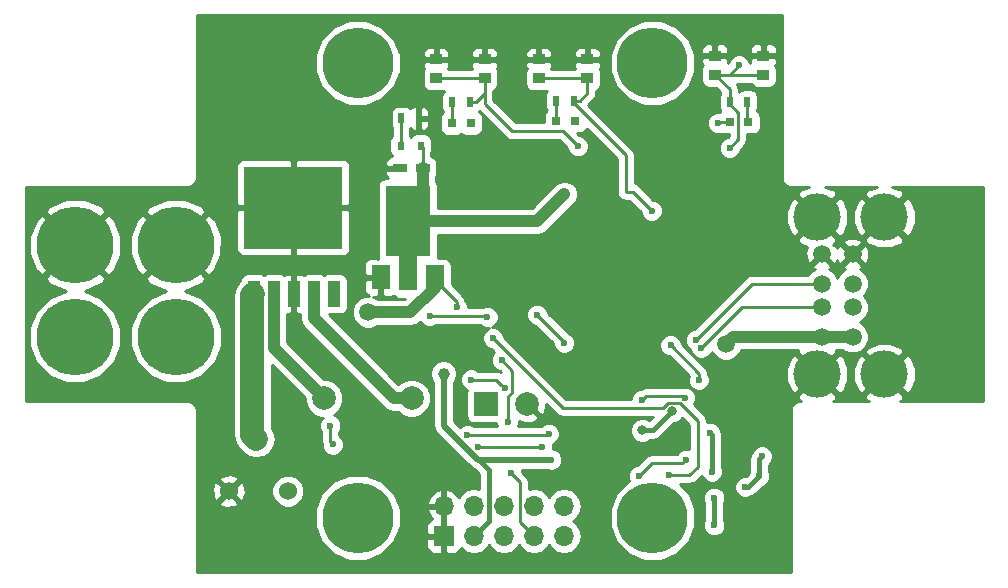
<source format=gbr>
G04 #@! TF.FileFunction,Copper,L1,Top,Signal*
%FSLAX46Y46*%
G04 Gerber Fmt 4.6, Leading zero omitted, Abs format (unit mm)*
G04 Created by KiCad (PCBNEW 4.0.7-e2-6376~58~ubuntu17.04.1) date Mon Oct 16 15:51:18 2017*
%MOMM*%
%LPD*%
G01*
G04 APERTURE LIST*
%ADD10C,0.100000*%
%ADD11C,2.000000*%
%ADD12R,1.200000X0.750000*%
%ADD13C,6.000000*%
%ADD14C,4.000000*%
%ADD15C,1.500000*%
%ADD16C,1.524000*%
%ADD17R,3.800000X6.000000*%
%ADD18R,1.500000X3.000000*%
%ADD19R,1.500000X2.000000*%
%ADD20R,2.000000X2.000000*%
%ADD21R,0.800000X0.800000*%
%ADD22R,0.600000X0.800000*%
%ADD23R,1.000000X0.900000*%
%ADD24R,1.700000X1.700000*%
%ADD25O,1.700000X1.700000*%
%ADD26R,0.500000X0.900000*%
%ADD27R,1.070000X2.160000*%
%ADD28R,8.330000X6.990000*%
%ADD29C,6.500000*%
%ADD30C,0.600000*%
%ADD31C,1.000000*%
%ADD32C,0.800000*%
%ADD33C,1.000000*%
%ADD34C,0.250000*%
%ADD35C,2.000000*%
%ADD36C,0.500000*%
%ADD37C,0.400000*%
%ADD38C,0.254000*%
G04 APERTURE END LIST*
D10*
D11*
X126610000Y-110760000D03*
X119210000Y-110760000D03*
D12*
X127540000Y-91260000D03*
X125640000Y-91260000D03*
D13*
X122060000Y-82360000D03*
X147010000Y-82360000D03*
X147010000Y-120860000D03*
X122060000Y-120860000D03*
D14*
X160950000Y-95400000D03*
X166650000Y-95400000D03*
X160950000Y-108700000D03*
X166650000Y-108700000D03*
D15*
X163950000Y-105550000D03*
X163950000Y-103050000D03*
X163950000Y-98550000D03*
X163950000Y-101050000D03*
X161350000Y-98550000D03*
X161350000Y-101050000D03*
X161350000Y-103050000D03*
X161350000Y-105550000D03*
D16*
X111150000Y-118610000D03*
X116150000Y-118610000D03*
D17*
X126300000Y-95750000D03*
D18*
X126300000Y-100170000D03*
D19*
X128600000Y-100500000D03*
X124000000Y-100500000D03*
D20*
X132890000Y-111210000D03*
D11*
X136390000Y-111210000D03*
D21*
X153540000Y-87360000D03*
X155140000Y-87360000D03*
X131640000Y-87460000D03*
X130040000Y-87460000D03*
D22*
X125690000Y-89360000D03*
X127390000Y-89360000D03*
D21*
X140440000Y-87260000D03*
X138840000Y-87260000D03*
D23*
X156390000Y-83360000D03*
X156390000Y-81760000D03*
X152290000Y-83360000D03*
X152290000Y-81760000D03*
D24*
X129360000Y-122410000D03*
D25*
X129360000Y-119870000D03*
X131900000Y-122410000D03*
X131900000Y-119870000D03*
X134440000Y-122410000D03*
X134440000Y-119870000D03*
X136980000Y-122410000D03*
X136980000Y-119870000D03*
X139520000Y-122410000D03*
X139520000Y-119870000D03*
D23*
X141490000Y-83660000D03*
X141490000Y-82060000D03*
X137390000Y-83660000D03*
X137390000Y-82060000D03*
D26*
X155040000Y-85660000D03*
X153540000Y-85660000D03*
X130040000Y-85660000D03*
X131540000Y-85660000D03*
X138840000Y-85560000D03*
X140340000Y-85560000D03*
X125740000Y-87060000D03*
X127240000Y-87060000D03*
D23*
X132790000Y-83660000D03*
X132790000Y-82060000D03*
X128690000Y-83660000D03*
X128690000Y-82060000D03*
D27*
X120040000Y-101910000D03*
X118340000Y-101910000D03*
X114940000Y-101910000D03*
X116640000Y-101910000D03*
X113240000Y-101910000D03*
D28*
X116590000Y-94610000D03*
D29*
X106640000Y-97780000D03*
X106640000Y-105530000D03*
X98140000Y-97780000D03*
X98140000Y-105530000D03*
D30*
X123998051Y-100501949D03*
D15*
X143840000Y-99460000D03*
D30*
X149740000Y-113160000D03*
X144040000Y-115360000D03*
X142740000Y-115960000D03*
X153340000Y-124060000D03*
X155740000Y-120160000D03*
X157440000Y-117360000D03*
X158140000Y-114660000D03*
X154940000Y-112860000D03*
D31*
X138240000Y-89460000D03*
D15*
X125540000Y-107060000D03*
D30*
X151140000Y-106460000D03*
X150683353Y-105803119D03*
X140690000Y-89410000D03*
X119940000Y-114660000D03*
X119740000Y-113060000D03*
X137640000Y-114860000D03*
X149840000Y-115960000D03*
X145840000Y-117360000D03*
X132240000Y-114860000D03*
D15*
X113460000Y-114190000D03*
D30*
X133517022Y-105662669D03*
X130440000Y-103060000D03*
X148440000Y-117260000D03*
D15*
X122940000Y-103460000D03*
X113140000Y-104760000D03*
X153250147Y-106170147D03*
D30*
X138440000Y-115960000D03*
D31*
X126300000Y-95750000D03*
X129340000Y-108660000D03*
X139540000Y-93460000D03*
D30*
X152540000Y-87460000D03*
X131640000Y-87460000D03*
X127390000Y-89360000D03*
X140440000Y-87260000D03*
X156290000Y-115660000D03*
X156040000Y-117360000D03*
X154840000Y-118260000D03*
X151840000Y-113660000D03*
X152040000Y-116960000D03*
X152240000Y-119160000D03*
X152240000Y-121510000D03*
D32*
X148686584Y-111845019D03*
X146140000Y-113460000D03*
D30*
X134514990Y-109888976D03*
X131640000Y-109160000D03*
X135065011Y-117101949D03*
X153540000Y-89560000D03*
X154340000Y-82560000D03*
X134240000Y-107510000D03*
X146940000Y-94860000D03*
X134740000Y-112760000D03*
X148540000Y-106260000D03*
X139540000Y-106060000D03*
X137240000Y-103660000D03*
X133040000Y-103860000D03*
X128140000Y-103760000D03*
X150938000Y-109204000D03*
X120040000Y-101910000D03*
X149754906Y-110688002D03*
X146140000Y-110860000D03*
X138240000Y-113760000D03*
X131340000Y-113860000D03*
D33*
X114940000Y-101910000D02*
X114940000Y-106490000D01*
X114940000Y-106490000D02*
X119210000Y-110760000D01*
D34*
X155040000Y-85660000D02*
X155040000Y-87260000D01*
X155040000Y-87260000D02*
X155140000Y-87360000D01*
X161350000Y-103050000D02*
X154550000Y-103050000D01*
X154550000Y-103050000D02*
X151140000Y-106460000D01*
X155436472Y-101050000D02*
X150683353Y-105803119D01*
X161350000Y-101050000D02*
X155436472Y-101050000D01*
X135140000Y-88160000D02*
X139440000Y-88160000D01*
X139440000Y-88160000D02*
X140690000Y-89410000D01*
X132790000Y-83660000D02*
X132790000Y-85810000D01*
X132790000Y-85810000D02*
X135140000Y-88160000D01*
X132790000Y-83660000D02*
X132790000Y-84910000D01*
X132790000Y-84910000D02*
X132040000Y-85660000D01*
X132040000Y-85660000D02*
X131540000Y-85660000D01*
X132790000Y-83660000D02*
X128690000Y-83660000D01*
X131540000Y-85460000D02*
X131540000Y-85660000D01*
X119740000Y-113060000D02*
X119740000Y-114460000D01*
X119740000Y-114460000D02*
X119940000Y-114660000D01*
X137640000Y-114860000D02*
X132240000Y-114860000D01*
X146940000Y-116260000D02*
X149540000Y-116260000D01*
X149540000Y-116260000D02*
X149840000Y-115960000D01*
X145840000Y-117360000D02*
X146940000Y-116260000D01*
X125690000Y-89360000D02*
X125690000Y-87110000D01*
X125690000Y-87110000D02*
X125740000Y-87060000D01*
D35*
X113140000Y-104760000D02*
X113140000Y-102010000D01*
X113140000Y-102010000D02*
X113204999Y-101945001D01*
X113460000Y-114190000D02*
X113140000Y-113870000D01*
X113140000Y-113870000D02*
X113140000Y-104760000D01*
D34*
X139414353Y-111560000D02*
X133517022Y-105662669D01*
X147898599Y-111560000D02*
X139414353Y-111560000D01*
X148338582Y-111120017D02*
X147898599Y-111560000D01*
X149303023Y-111120017D02*
X148338582Y-111120017D01*
X150840000Y-116560000D02*
X150840000Y-112656994D01*
X150140000Y-117260000D02*
X150840000Y-116560000D01*
X148440000Y-117260000D02*
X150140000Y-117260000D01*
X150840000Y-112656994D02*
X149303023Y-111120017D01*
X128600000Y-100750000D02*
X130440000Y-102590000D01*
X130440000Y-102590000D02*
X130440000Y-103060000D01*
X128600000Y-100750000D02*
X128600000Y-100500000D01*
D33*
X113240000Y-104660000D02*
X113140000Y-104760000D01*
X126520002Y-103460000D02*
X122940000Y-103460000D01*
X128600000Y-100500000D02*
X128600000Y-101380002D01*
X128600000Y-101380002D02*
X126520002Y-103460000D01*
X161350000Y-105550000D02*
X163950000Y-105550000D01*
X161350000Y-105550000D02*
X153870294Y-105550000D01*
X153870294Y-105550000D02*
X153250147Y-106170147D01*
X132440000Y-110760000D02*
X132890000Y-111210000D01*
X118340000Y-101910000D02*
X118340000Y-103990000D01*
X118340000Y-103990000D02*
X125110000Y-110760000D01*
X125110000Y-110760000D02*
X126610000Y-110760000D01*
D36*
X138440000Y-115960000D02*
X137490000Y-115960000D01*
X137490000Y-115960000D02*
X132229998Y-115960000D01*
X129340000Y-113070002D02*
X129340000Y-108660000D01*
X132229998Y-115960000D02*
X129340000Y-113070002D01*
X132329998Y-115960000D02*
X132229998Y-115960000D01*
D37*
X131900000Y-122410000D02*
X133150001Y-121159999D01*
X133150001Y-121159999D02*
X133150001Y-116780003D01*
X133150001Y-116780003D02*
X132329998Y-115960000D01*
D33*
X126300000Y-95750000D02*
X137250000Y-95750000D01*
X137250000Y-95750000D02*
X139540000Y-93460000D01*
D34*
X153540000Y-87360000D02*
X152640000Y-87360000D01*
X152640000Y-87360000D02*
X152540000Y-87460000D01*
X127390000Y-89360000D02*
X127390000Y-89260000D01*
D33*
X126300000Y-95750000D02*
X127540000Y-94510000D01*
X127540000Y-94510000D02*
X127540000Y-91260000D01*
D34*
X127540000Y-91260000D02*
X127540000Y-89510000D01*
X127540000Y-89510000D02*
X127390000Y-89360000D01*
D33*
X126300000Y-95750000D02*
X126300000Y-100170000D01*
X125490000Y-94940000D02*
X126300000Y-95750000D01*
D37*
X156040000Y-117360000D02*
X156040000Y-115910000D01*
X156040000Y-115910000D02*
X156290000Y-115660000D01*
X154840000Y-118260000D02*
X155140000Y-118260000D01*
X155140000Y-118260000D02*
X156040000Y-117360000D01*
X152040000Y-116960000D02*
X152040000Y-113860000D01*
X152040000Y-113860000D02*
X151840000Y-113660000D01*
X152240000Y-121510000D02*
X152240000Y-119160000D01*
X146140000Y-113460000D02*
X147071603Y-113460000D01*
X147071603Y-113460000D02*
X148686584Y-111845019D01*
D34*
X131640000Y-109160000D02*
X133786014Y-109160000D01*
X134214991Y-109588977D02*
X134514990Y-109888976D01*
X133786014Y-109160000D02*
X134214991Y-109588977D01*
X152290000Y-83360000D02*
X153540000Y-83360000D01*
X153540000Y-83360000D02*
X154340000Y-82560000D01*
X136980000Y-122410000D02*
X135804999Y-121234999D01*
X135804999Y-121234999D02*
X135804999Y-117841937D01*
X135804999Y-117841937D02*
X135065011Y-117101949D01*
X153540000Y-85660000D02*
X153540000Y-85860000D01*
X153540000Y-85860000D02*
X154265001Y-86585001D01*
X154265001Y-86585001D02*
X154265001Y-88834999D01*
X154265001Y-88834999D02*
X153540000Y-89560000D01*
X153540000Y-85660000D02*
X153540000Y-84560000D01*
X153540000Y-84560000D02*
X152340000Y-83360000D01*
X152340000Y-83360000D02*
X152290000Y-83360000D01*
X156390000Y-83360000D02*
X152290000Y-83360000D01*
X135140000Y-108410000D02*
X135140000Y-110235002D01*
X135140000Y-110235002D02*
X134740000Y-110635002D01*
X134240000Y-107510000D02*
X135140000Y-108410000D01*
X134740000Y-112335736D02*
X134740000Y-112760000D01*
X134740000Y-110635002D02*
X134740000Y-112335736D01*
X144740000Y-93260000D02*
X145340000Y-93260000D01*
X145340000Y-93260000D02*
X146940000Y-94860000D01*
X140340000Y-85560000D02*
X140340000Y-85760000D01*
X144740000Y-90160000D02*
X144740000Y-93260000D01*
X140340000Y-85760000D02*
X144740000Y-90160000D01*
X141490000Y-83660000D02*
X141490000Y-84910000D01*
X141490000Y-84910000D02*
X140840000Y-85560000D01*
X140840000Y-85560000D02*
X140340000Y-85560000D01*
X137390000Y-83660000D02*
X141490000Y-83660000D01*
X148540000Y-106260000D02*
X150938000Y-108658000D01*
X150938000Y-108658000D02*
X150938000Y-109204000D01*
X137240000Y-103660000D02*
X139540000Y-105960000D01*
X139540000Y-105960000D02*
X139540000Y-106060000D01*
X128140000Y-103760000D02*
X132940000Y-103760000D01*
X132940000Y-103760000D02*
X133040000Y-103860000D01*
X130040000Y-87460000D02*
X130040000Y-85660000D01*
X138840000Y-85560000D02*
X138840000Y-87260000D01*
X138140000Y-113860000D02*
X138240000Y-113760000D01*
X131340000Y-113860000D02*
X138140000Y-113860000D01*
X146140000Y-110860000D02*
X146439999Y-110560001D01*
X149626905Y-110560001D02*
X149754906Y-110688002D01*
X146439999Y-110560001D02*
X149626905Y-110560001D01*
D38*
G36*
X157958000Y-92109000D02*
X158012046Y-92380705D01*
X158165954Y-92611046D01*
X158396295Y-92764954D01*
X158668000Y-92819000D01*
X160284735Y-92819000D01*
X159475353Y-93154257D01*
X159254584Y-93524978D01*
X160950000Y-95220395D01*
X162645416Y-93524978D01*
X162424647Y-93154257D01*
X161596545Y-92819000D01*
X165984735Y-92819000D01*
X165175353Y-93154257D01*
X164954584Y-93524978D01*
X166650000Y-95220395D01*
X168345416Y-93524978D01*
X168124647Y-93154257D01*
X167296545Y-92819000D01*
X174958000Y-92819000D01*
X174958000Y-110999000D01*
X167996073Y-110999000D01*
X168124647Y-110945743D01*
X168345416Y-110575022D01*
X166650000Y-108879605D01*
X164954584Y-110575022D01*
X165175353Y-110945743D01*
X165306901Y-110999000D01*
X162296073Y-110999000D01*
X162424647Y-110945743D01*
X162645416Y-110575022D01*
X160950000Y-108879605D01*
X159254584Y-110575022D01*
X159475353Y-110945743D01*
X159606901Y-110999000D01*
X159418000Y-110999000D01*
X159146295Y-111053046D01*
X158915954Y-111206954D01*
X158762046Y-111437295D01*
X158708000Y-111709000D01*
X158708000Y-125499000D01*
X108428000Y-125499000D01*
X108428000Y-121579874D01*
X118424370Y-121579874D01*
X118976600Y-122916372D01*
X119998249Y-123939806D01*
X121333782Y-124494368D01*
X122779874Y-124495630D01*
X124116372Y-123943400D01*
X125139806Y-122921751D01*
X125233649Y-122695750D01*
X127875000Y-122695750D01*
X127875000Y-123386309D01*
X127971673Y-123619698D01*
X128150301Y-123798327D01*
X128383690Y-123895000D01*
X129074250Y-123895000D01*
X129233000Y-123736250D01*
X129233000Y-122537000D01*
X128033750Y-122537000D01*
X127875000Y-122695750D01*
X125233649Y-122695750D01*
X125694368Y-121586218D01*
X125694501Y-121433691D01*
X127875000Y-121433691D01*
X127875000Y-122124250D01*
X128033750Y-122283000D01*
X129233000Y-122283000D01*
X129233000Y-119997000D01*
X128039181Y-119997000D01*
X127918514Y-120226892D01*
X128164817Y-120751358D01*
X128364208Y-120933070D01*
X128150301Y-121021673D01*
X127971673Y-121200302D01*
X127875000Y-121433691D01*
X125694501Y-121433691D01*
X125695630Y-120140126D01*
X125436552Y-119513108D01*
X127918514Y-119513108D01*
X128039181Y-119743000D01*
X129233000Y-119743000D01*
X129233000Y-118549845D01*
X129003110Y-118428524D01*
X128593076Y-118598355D01*
X128164817Y-118988642D01*
X127918514Y-119513108D01*
X125436552Y-119513108D01*
X125143400Y-118803628D01*
X124121751Y-117780194D01*
X122786218Y-117225632D01*
X121340126Y-117224370D01*
X120003628Y-117776600D01*
X118980194Y-118798249D01*
X118425632Y-120133782D01*
X118424370Y-121579874D01*
X108428000Y-121579874D01*
X108428000Y-119590213D01*
X110349392Y-119590213D01*
X110418857Y-119832397D01*
X110942302Y-120019144D01*
X111497368Y-119991362D01*
X111881143Y-119832397D01*
X111950608Y-119590213D01*
X111150000Y-118789605D01*
X110349392Y-119590213D01*
X108428000Y-119590213D01*
X108428000Y-118402302D01*
X109740856Y-118402302D01*
X109768638Y-118957368D01*
X109927603Y-119341143D01*
X110169787Y-119410608D01*
X110970395Y-118610000D01*
X111329605Y-118610000D01*
X112130213Y-119410608D01*
X112372397Y-119341143D01*
X112534540Y-118886661D01*
X114752758Y-118886661D01*
X114964990Y-119400303D01*
X115357630Y-119793629D01*
X115870900Y-120006757D01*
X116426661Y-120007242D01*
X116940303Y-119795010D01*
X117333629Y-119402370D01*
X117546757Y-118889100D01*
X117547242Y-118333339D01*
X117335010Y-117819697D01*
X116942370Y-117426371D01*
X116429100Y-117213243D01*
X115873339Y-117212758D01*
X115359697Y-117424990D01*
X114966371Y-117817630D01*
X114753243Y-118330900D01*
X114752758Y-118886661D01*
X112534540Y-118886661D01*
X112559144Y-118817698D01*
X112531362Y-118262632D01*
X112372397Y-117878857D01*
X112130213Y-117809392D01*
X111329605Y-118610000D01*
X110970395Y-118610000D01*
X110169787Y-117809392D01*
X109927603Y-117878857D01*
X109740856Y-118402302D01*
X108428000Y-118402302D01*
X108428000Y-117629787D01*
X110349392Y-117629787D01*
X111150000Y-118430395D01*
X111950608Y-117629787D01*
X111881143Y-117387603D01*
X111357698Y-117200856D01*
X110802632Y-117228638D01*
X110418857Y-117387603D01*
X110349392Y-117629787D01*
X108428000Y-117629787D01*
X108428000Y-111709000D01*
X108373954Y-111437295D01*
X108220046Y-111206954D01*
X107989705Y-111053046D01*
X107718000Y-110999000D01*
X93928000Y-110999000D01*
X93928000Y-106299384D01*
X94254327Y-106299384D01*
X94844537Y-107727801D01*
X95936451Y-108821623D01*
X97363835Y-109414324D01*
X98909384Y-109415673D01*
X100337801Y-108825463D01*
X101431623Y-107733549D01*
X102024324Y-106306165D01*
X102024329Y-106299384D01*
X102754327Y-106299384D01*
X103344537Y-107727801D01*
X104436451Y-108821623D01*
X105863835Y-109414324D01*
X107409384Y-109415673D01*
X108837801Y-108825463D01*
X109931623Y-107733549D01*
X110524324Y-106306165D01*
X110525673Y-104760616D01*
X109935463Y-103332199D01*
X108843549Y-102238377D01*
X108293555Y-102010000D01*
X111504999Y-102010000D01*
X111505000Y-102010005D01*
X111505000Y-113869995D01*
X111504999Y-113870000D01*
X111629457Y-114495688D01*
X111983880Y-115026120D01*
X112303880Y-115346119D01*
X112834312Y-115700542D01*
X113460000Y-115825000D01*
X114085687Y-115700542D01*
X114616119Y-115346119D01*
X114970542Y-114815687D01*
X115095000Y-114190000D01*
X114970542Y-113564312D01*
X114775000Y-113271662D01*
X114775000Y-107930132D01*
X117575025Y-110730157D01*
X117574716Y-111083795D01*
X117823106Y-111684943D01*
X118282637Y-112145278D01*
X118883352Y-112394716D01*
X119082826Y-112394890D01*
X118947808Y-112529673D01*
X118805162Y-112873201D01*
X118804838Y-113245167D01*
X118946883Y-113588943D01*
X118980000Y-113622118D01*
X118980000Y-114460000D01*
X119005064Y-114586003D01*
X119004838Y-114845167D01*
X119146883Y-115188943D01*
X119409673Y-115452192D01*
X119753201Y-115594838D01*
X120125167Y-115595162D01*
X120468943Y-115453117D01*
X120732192Y-115190327D01*
X120874838Y-114846799D01*
X120875162Y-114474833D01*
X120733117Y-114131057D01*
X120500000Y-113897533D01*
X120500000Y-113622463D01*
X120532192Y-113590327D01*
X120674838Y-113246799D01*
X120675162Y-112874833D01*
X120533117Y-112531057D01*
X120270327Y-112267808D01*
X120056847Y-112179163D01*
X120134943Y-112146894D01*
X120595278Y-111687363D01*
X120844716Y-111086648D01*
X120845284Y-110436205D01*
X120596894Y-109835057D01*
X120137363Y-109374722D01*
X119536648Y-109125284D01*
X119180105Y-109124973D01*
X116075000Y-106019868D01*
X116075000Y-103625000D01*
X116354250Y-103625000D01*
X116513000Y-103466250D01*
X116513000Y-102037000D01*
X116493000Y-102037000D01*
X116493000Y-101783000D01*
X116513000Y-101783000D01*
X116513000Y-100353750D01*
X116767000Y-100353750D01*
X116767000Y-101783000D01*
X116787000Y-101783000D01*
X116787000Y-102037000D01*
X116767000Y-102037000D01*
X116767000Y-103466250D01*
X116925750Y-103625000D01*
X117205000Y-103625000D01*
X117205000Y-103990000D01*
X117291397Y-104424346D01*
X117507278Y-104747434D01*
X117537434Y-104792566D01*
X124307434Y-111562566D01*
X124675654Y-111808603D01*
X125110000Y-111895000D01*
X125432796Y-111895000D01*
X125682637Y-112145278D01*
X126283352Y-112394716D01*
X126933795Y-112395284D01*
X127534943Y-112146894D01*
X127995278Y-111687363D01*
X128244716Y-111086648D01*
X128245284Y-110436205D01*
X127996894Y-109835057D01*
X127537363Y-109374722D01*
X126936648Y-109125284D01*
X126286205Y-109124716D01*
X125685057Y-109373106D01*
X125506492Y-109551360D01*
X119689417Y-103734285D01*
X121554760Y-103734285D01*
X121765169Y-104243515D01*
X122154436Y-104633461D01*
X122663298Y-104844759D01*
X123214285Y-104845240D01*
X123723515Y-104634831D01*
X123763415Y-104595000D01*
X126520002Y-104595000D01*
X126954348Y-104508603D01*
X127322568Y-104262566D01*
X127332062Y-104253072D01*
X127346883Y-104288943D01*
X127609673Y-104552192D01*
X127953201Y-104694838D01*
X128325167Y-104695162D01*
X128668943Y-104553117D01*
X128702118Y-104520000D01*
X132377711Y-104520000D01*
X132509673Y-104652192D01*
X132853201Y-104794838D01*
X133168237Y-104795112D01*
X132988079Y-104869552D01*
X132724830Y-105132342D01*
X132582184Y-105475870D01*
X132581860Y-105847836D01*
X132723905Y-106191612D01*
X132986695Y-106454861D01*
X133330223Y-106597507D01*
X133377099Y-106597548D01*
X133603652Y-106824101D01*
X133447808Y-106979673D01*
X133305162Y-107323201D01*
X133304838Y-107695167D01*
X133446883Y-108038943D01*
X133709673Y-108302192D01*
X134053201Y-108444838D01*
X134100077Y-108444879D01*
X134185938Y-108530740D01*
X134076853Y-108457852D01*
X133786014Y-108400000D01*
X132202463Y-108400000D01*
X132170327Y-108367808D01*
X131826799Y-108225162D01*
X131454833Y-108224838D01*
X131111057Y-108366883D01*
X130847808Y-108629673D01*
X130705162Y-108973201D01*
X130704838Y-109345167D01*
X130846883Y-109688943D01*
X131109673Y-109952192D01*
X131280410Y-110023089D01*
X131242560Y-110210000D01*
X131242560Y-112210000D01*
X131286838Y-112445317D01*
X131425910Y-112661441D01*
X131638110Y-112806431D01*
X131890000Y-112857440D01*
X133804914Y-112857440D01*
X133804838Y-112945167D01*
X133868814Y-113100000D01*
X131902463Y-113100000D01*
X131870327Y-113067808D01*
X131526799Y-112925162D01*
X131154833Y-112924838D01*
X130811057Y-113066883D01*
X130699662Y-113178084D01*
X130225000Y-112703422D01*
X130225000Y-109380276D01*
X130301645Y-109303765D01*
X130474803Y-108886756D01*
X130475197Y-108435225D01*
X130302767Y-108017914D01*
X129983765Y-107698355D01*
X129566756Y-107525197D01*
X129115225Y-107524803D01*
X128697914Y-107697233D01*
X128378355Y-108016235D01*
X128205197Y-108433244D01*
X128204803Y-108884775D01*
X128377233Y-109302086D01*
X128455000Y-109379989D01*
X128455000Y-113069997D01*
X128454999Y-113070002D01*
X128500233Y-113297401D01*
X128522367Y-113408677D01*
X128642816Y-113588943D01*
X128714210Y-113695792D01*
X131604206Y-116585787D01*
X131604208Y-116585790D01*
X131891323Y-116777633D01*
X131985495Y-116796365D01*
X132315001Y-117125871D01*
X132315001Y-118438456D01*
X131900000Y-118355907D01*
X131331715Y-118468946D01*
X130849946Y-118790853D01*
X130622298Y-119131553D01*
X130555183Y-118988642D01*
X130126924Y-118598355D01*
X129716890Y-118428524D01*
X129487000Y-118549845D01*
X129487000Y-119743000D01*
X129507000Y-119743000D01*
X129507000Y-119997000D01*
X129487000Y-119997000D01*
X129487000Y-122283000D01*
X129507000Y-122283000D01*
X129507000Y-122537000D01*
X129487000Y-122537000D01*
X129487000Y-123736250D01*
X129645750Y-123895000D01*
X130336310Y-123895000D01*
X130569699Y-123798327D01*
X130748327Y-123619698D01*
X130820597Y-123445223D01*
X130849946Y-123489147D01*
X131331715Y-123811054D01*
X131900000Y-123924093D01*
X132468285Y-123811054D01*
X132950054Y-123489147D01*
X133170000Y-123159974D01*
X133389946Y-123489147D01*
X133871715Y-123811054D01*
X134440000Y-123924093D01*
X135008285Y-123811054D01*
X135490054Y-123489147D01*
X135710000Y-123159974D01*
X135929946Y-123489147D01*
X136411715Y-123811054D01*
X136980000Y-123924093D01*
X137548285Y-123811054D01*
X138030054Y-123489147D01*
X138250000Y-123159974D01*
X138469946Y-123489147D01*
X138951715Y-123811054D01*
X139520000Y-123924093D01*
X140088285Y-123811054D01*
X140570054Y-123489147D01*
X140891961Y-123007378D01*
X141005000Y-122439093D01*
X141005000Y-122380907D01*
X140891961Y-121812622D01*
X140570054Y-121330853D01*
X140284422Y-121140000D01*
X140570054Y-120949147D01*
X140891961Y-120467378D01*
X141005000Y-119899093D01*
X141005000Y-119840907D01*
X140891961Y-119272622D01*
X140570054Y-118790853D01*
X140088285Y-118468946D01*
X139520000Y-118355907D01*
X138951715Y-118468946D01*
X138469946Y-118790853D01*
X138250000Y-119120026D01*
X138030054Y-118790853D01*
X137548285Y-118468946D01*
X136980000Y-118355907D01*
X136564999Y-118438456D01*
X136564999Y-117841937D01*
X136507147Y-117551098D01*
X136342400Y-117304536D01*
X136000133Y-116962269D01*
X136000173Y-116916782D01*
X135970513Y-116845000D01*
X138133178Y-116845000D01*
X138253201Y-116894838D01*
X138625167Y-116895162D01*
X138968943Y-116753117D01*
X139232192Y-116490327D01*
X139374838Y-116146799D01*
X139375162Y-115774833D01*
X139233117Y-115431057D01*
X138970327Y-115167808D01*
X138626799Y-115025162D01*
X138574857Y-115025117D01*
X138575162Y-114674833D01*
X138560463Y-114639259D01*
X138768943Y-114553117D01*
X139032192Y-114290327D01*
X139174838Y-113946799D01*
X139175162Y-113574833D01*
X139033117Y-113231057D01*
X138770327Y-112967808D01*
X138426799Y-112825162D01*
X138054833Y-112824838D01*
X137711057Y-112966883D01*
X137577707Y-113100000D01*
X135611223Y-113100000D01*
X135674838Y-112946799D01*
X135675063Y-112688579D01*
X136125461Y-112855908D01*
X136775460Y-112831856D01*
X137264264Y-112629387D01*
X137362927Y-112362532D01*
X136390000Y-111389605D01*
X136375858Y-111403748D01*
X136196253Y-111224143D01*
X136210395Y-111210000D01*
X136196253Y-111195858D01*
X136375858Y-111016253D01*
X136390000Y-111030395D01*
X136404143Y-111016253D01*
X136583748Y-111195858D01*
X136569605Y-111210000D01*
X137542532Y-112182927D01*
X137809387Y-112084264D01*
X138035908Y-111474539D01*
X138027524Y-111247973D01*
X138876952Y-112097401D01*
X139123513Y-112262148D01*
X139147318Y-112266883D01*
X139414353Y-112320000D01*
X147030735Y-112320000D01*
X146747332Y-112603403D01*
X146727046Y-112583081D01*
X146346777Y-112425180D01*
X145935029Y-112424821D01*
X145554485Y-112582058D01*
X145263081Y-112872954D01*
X145105180Y-113253223D01*
X145104821Y-113664971D01*
X145262058Y-114045515D01*
X145552954Y-114336919D01*
X145933223Y-114494820D01*
X146344971Y-114495179D01*
X146725515Y-114337942D01*
X146768532Y-114295000D01*
X147071603Y-114295000D01*
X147391144Y-114231439D01*
X147662037Y-114050434D01*
X148832325Y-112880146D01*
X148891555Y-112880198D01*
X149272099Y-112722961D01*
X149551876Y-112443672D01*
X150080000Y-112971796D01*
X150080000Y-115047253D01*
X150026799Y-115025162D01*
X149654833Y-115024838D01*
X149311057Y-115166883D01*
X149047808Y-115429673D01*
X149018606Y-115500000D01*
X146940000Y-115500000D01*
X146649161Y-115557852D01*
X146402599Y-115722599D01*
X145700320Y-116424878D01*
X145654833Y-116424838D01*
X145311057Y-116566883D01*
X145047808Y-116829673D01*
X144905162Y-117173201D01*
X144904838Y-117545167D01*
X144993634Y-117760070D01*
X144953628Y-117776600D01*
X143930194Y-118798249D01*
X143375632Y-120133782D01*
X143374370Y-121579874D01*
X143926600Y-122916372D01*
X144948249Y-123939806D01*
X146283782Y-124494368D01*
X147729874Y-124495630D01*
X149066372Y-123943400D01*
X150089806Y-122921751D01*
X150644368Y-121586218D01*
X150645630Y-120140126D01*
X150317160Y-119345167D01*
X151304838Y-119345167D01*
X151405000Y-119587578D01*
X151405000Y-121082766D01*
X151305162Y-121323201D01*
X151304838Y-121695167D01*
X151446883Y-122038943D01*
X151709673Y-122302192D01*
X152053201Y-122444838D01*
X152425167Y-122445162D01*
X152768943Y-122303117D01*
X153032192Y-122040327D01*
X153174838Y-121696799D01*
X153175162Y-121324833D01*
X153075000Y-121082422D01*
X153075000Y-119587234D01*
X153174838Y-119346799D01*
X153175162Y-118974833D01*
X153033117Y-118631057D01*
X152847552Y-118445167D01*
X153904838Y-118445167D01*
X154046883Y-118788943D01*
X154309673Y-119052192D01*
X154653201Y-119194838D01*
X155025167Y-119195162D01*
X155368943Y-119053117D01*
X155373518Y-119048550D01*
X155459541Y-119031439D01*
X155730434Y-118850434D01*
X156328333Y-118252535D01*
X156568943Y-118153117D01*
X156832192Y-117890327D01*
X156974838Y-117546799D01*
X156975162Y-117174833D01*
X156875000Y-116932422D01*
X156875000Y-116397158D01*
X157082192Y-116190327D01*
X157224838Y-115846799D01*
X157225162Y-115474833D01*
X157083117Y-115131057D01*
X156820327Y-114867808D01*
X156476799Y-114725162D01*
X156104833Y-114724838D01*
X155761057Y-114866883D01*
X155497808Y-115129673D01*
X155368708Y-115440578D01*
X155268561Y-115590459D01*
X155205000Y-115910000D01*
X155205000Y-116932766D01*
X155147222Y-117071910D01*
X154894086Y-117325046D01*
X154654833Y-117324838D01*
X154311057Y-117466883D01*
X154047808Y-117729673D01*
X153905162Y-118073201D01*
X153904838Y-118445167D01*
X152847552Y-118445167D01*
X152770327Y-118367808D01*
X152426799Y-118225162D01*
X152054833Y-118224838D01*
X151711057Y-118366883D01*
X151447808Y-118629673D01*
X151305162Y-118973201D01*
X151304838Y-119345167D01*
X150317160Y-119345167D01*
X150093400Y-118803628D01*
X149311139Y-118020000D01*
X150140000Y-118020000D01*
X150430839Y-117962148D01*
X150677401Y-117797401D01*
X151170565Y-117304238D01*
X151246883Y-117488943D01*
X151509673Y-117752192D01*
X151853201Y-117894838D01*
X152225167Y-117895162D01*
X152568943Y-117753117D01*
X152832192Y-117490327D01*
X152974838Y-117146799D01*
X152975162Y-116774833D01*
X152875000Y-116532422D01*
X152875000Y-113860000D01*
X152858996Y-113779541D01*
X152811440Y-113540460D01*
X152775152Y-113486152D01*
X152775162Y-113474833D01*
X152633117Y-113131057D01*
X152370327Y-112867808D01*
X152026799Y-112725162D01*
X151654833Y-112724838D01*
X151600000Y-112747494D01*
X151600000Y-112656994D01*
X151542148Y-112366155D01*
X151377401Y-112119593D01*
X150511587Y-111253779D01*
X150547098Y-111218329D01*
X150689744Y-110874801D01*
X150690068Y-110502835D01*
X150548023Y-110159059D01*
X150285233Y-109895810D01*
X149941705Y-109753164D01*
X149569739Y-109752840D01*
X149455600Y-109800001D01*
X146439999Y-109800001D01*
X146149160Y-109857853D01*
X146048787Y-109924920D01*
X145954833Y-109924838D01*
X145611057Y-110066883D01*
X145347808Y-110329673D01*
X145205162Y-110673201D01*
X145205052Y-110800000D01*
X139729155Y-110800000D01*
X134452144Y-105522989D01*
X134452184Y-105477502D01*
X134310139Y-105133726D01*
X134047349Y-104870477D01*
X133703821Y-104727831D01*
X133388785Y-104727557D01*
X133568943Y-104653117D01*
X133832192Y-104390327D01*
X133974838Y-104046799D01*
X133975013Y-103845167D01*
X136304838Y-103845167D01*
X136446883Y-104188943D01*
X136709673Y-104452192D01*
X137053201Y-104594838D01*
X137100077Y-104594879D01*
X138604965Y-106099767D01*
X138604838Y-106245167D01*
X138746883Y-106588943D01*
X139009673Y-106852192D01*
X139353201Y-106994838D01*
X139725167Y-106995162D01*
X140068943Y-106853117D01*
X140332192Y-106590327D01*
X140392467Y-106445167D01*
X147604838Y-106445167D01*
X147746883Y-106788943D01*
X148009673Y-107052192D01*
X148353201Y-107194838D01*
X148400077Y-107194879D01*
X150067487Y-108862289D01*
X150003162Y-109017201D01*
X150002838Y-109389167D01*
X150144883Y-109732943D01*
X150407673Y-109996192D01*
X150751201Y-110138838D01*
X151123167Y-110139162D01*
X151466943Y-109997117D01*
X151730192Y-109734327D01*
X151872838Y-109390799D01*
X151873162Y-109018833D01*
X151731117Y-108675057D01*
X151693996Y-108637871D01*
X151640148Y-108367161D01*
X151526459Y-108197012D01*
X158310881Y-108197012D01*
X158319287Y-109245247D01*
X158704257Y-110174647D01*
X159074978Y-110395416D01*
X160770395Y-108700000D01*
X161129605Y-108700000D01*
X162825022Y-110395416D01*
X163195743Y-110174647D01*
X163589119Y-109202988D01*
X163581052Y-108197012D01*
X164010881Y-108197012D01*
X164019287Y-109245247D01*
X164404257Y-110174647D01*
X164774978Y-110395416D01*
X166470395Y-108700000D01*
X166829605Y-108700000D01*
X168525022Y-110395416D01*
X168895743Y-110174647D01*
X169289119Y-109202988D01*
X169280713Y-108154753D01*
X168895743Y-107225353D01*
X168525022Y-107004584D01*
X166829605Y-108700000D01*
X166470395Y-108700000D01*
X164774978Y-107004584D01*
X164404257Y-107225353D01*
X164010881Y-108197012D01*
X163581052Y-108197012D01*
X163580713Y-108154753D01*
X163195743Y-107225353D01*
X162825022Y-107004584D01*
X161129605Y-108700000D01*
X160770395Y-108700000D01*
X159074978Y-107004584D01*
X158704257Y-107225353D01*
X158310881Y-108197012D01*
X151526459Y-108197012D01*
X151475401Y-108120599D01*
X149475122Y-106120320D01*
X149475162Y-106074833D01*
X149439402Y-105988286D01*
X149748191Y-105988286D01*
X149890236Y-106332062D01*
X150153026Y-106595311D01*
X150204863Y-106616836D01*
X150204838Y-106645167D01*
X150346883Y-106988943D01*
X150609673Y-107252192D01*
X150953201Y-107394838D01*
X151325167Y-107395162D01*
X151668943Y-107253117D01*
X151932192Y-106990327D01*
X152011524Y-106799274D01*
X152075316Y-106953662D01*
X152464583Y-107343608D01*
X152973445Y-107554906D01*
X153524432Y-107555387D01*
X154033662Y-107344978D01*
X154423608Y-106955711D01*
X154536017Y-106685000D01*
X159337943Y-106685000D01*
X159254584Y-106824978D01*
X160950000Y-108520395D01*
X162645416Y-106824978D01*
X162562057Y-106685000D01*
X163126042Y-106685000D01*
X163164436Y-106723461D01*
X163673298Y-106934759D01*
X164224285Y-106935240D01*
X164491140Y-106824978D01*
X164954584Y-106824978D01*
X166650000Y-108520395D01*
X168345416Y-106824978D01*
X168124647Y-106454257D01*
X167152988Y-106060881D01*
X166104753Y-106069287D01*
X165175353Y-106454257D01*
X164954584Y-106824978D01*
X164491140Y-106824978D01*
X164733515Y-106724831D01*
X165123461Y-106335564D01*
X165334759Y-105826702D01*
X165335240Y-105275715D01*
X165124831Y-104766485D01*
X164735564Y-104376539D01*
X164551414Y-104300073D01*
X164733515Y-104224831D01*
X165123461Y-103835564D01*
X165334759Y-103326702D01*
X165335240Y-102775715D01*
X165124831Y-102266485D01*
X164908687Y-102049964D01*
X165123461Y-101835564D01*
X165334759Y-101326702D01*
X165335240Y-100775715D01*
X165124831Y-100266485D01*
X164735564Y-99876539D01*
X164567246Y-99806647D01*
X164673923Y-99762460D01*
X164741912Y-99521517D01*
X163950000Y-98729605D01*
X163158088Y-99521517D01*
X163226077Y-99762460D01*
X163340611Y-99803222D01*
X163166485Y-99875169D01*
X162776539Y-100264436D01*
X162649950Y-100569297D01*
X162524831Y-100266485D01*
X162135564Y-99876539D01*
X161967246Y-99806647D01*
X162073923Y-99762460D01*
X162141912Y-99521517D01*
X161350000Y-98729605D01*
X160558088Y-99521517D01*
X160626077Y-99762460D01*
X160740611Y-99803222D01*
X160566485Y-99875169D01*
X160176539Y-100264436D01*
X160165924Y-100290000D01*
X155436472Y-100290000D01*
X155145632Y-100347852D01*
X154899071Y-100512599D01*
X150543673Y-104867997D01*
X150498186Y-104867957D01*
X150154410Y-105010002D01*
X149891161Y-105272792D01*
X149748515Y-105616320D01*
X149748191Y-105988286D01*
X149439402Y-105988286D01*
X149333117Y-105731057D01*
X149070327Y-105467808D01*
X148726799Y-105325162D01*
X148354833Y-105324838D01*
X148011057Y-105466883D01*
X147747808Y-105729673D01*
X147605162Y-106073201D01*
X147604838Y-106445167D01*
X140392467Y-106445167D01*
X140474838Y-106246799D01*
X140475162Y-105874833D01*
X140333117Y-105531057D01*
X140070327Y-105267808D01*
X139817716Y-105162914D01*
X138175122Y-103520320D01*
X138175162Y-103474833D01*
X138033117Y-103131057D01*
X137770327Y-102867808D01*
X137426799Y-102725162D01*
X137054833Y-102724838D01*
X136711057Y-102866883D01*
X136447808Y-103129673D01*
X136305162Y-103473201D01*
X136304838Y-103845167D01*
X133975013Y-103845167D01*
X133975162Y-103674833D01*
X133833117Y-103331057D01*
X133570327Y-103067808D01*
X133226799Y-102925162D01*
X132854833Y-102924838D01*
X132672927Y-103000000D01*
X131375053Y-103000000D01*
X131375162Y-102874833D01*
X131233117Y-102531057D01*
X131177117Y-102474959D01*
X131142148Y-102299161D01*
X130977401Y-102052599D01*
X129997440Y-101072638D01*
X129997440Y-99500000D01*
X129953162Y-99264683D01*
X129814090Y-99048559D01*
X129601890Y-98903569D01*
X129350000Y-98852560D01*
X128826671Y-98852560D01*
X128847440Y-98750000D01*
X128847440Y-97275022D01*
X159254584Y-97275022D01*
X159475353Y-97645743D01*
X160110243Y-97902778D01*
X159952799Y-98345171D01*
X159980770Y-98895448D01*
X160137540Y-99273923D01*
X160378483Y-99341912D01*
X161170395Y-98550000D01*
X161156253Y-98535858D01*
X161335858Y-98356253D01*
X161350000Y-98370395D01*
X161364143Y-98356253D01*
X161543748Y-98535858D01*
X161529605Y-98550000D01*
X162321517Y-99341912D01*
X162562460Y-99273923D01*
X162643370Y-99046578D01*
X162737540Y-99273923D01*
X162978483Y-99341912D01*
X163770395Y-98550000D01*
X164129605Y-98550000D01*
X164921517Y-99341912D01*
X165162460Y-99273923D01*
X165347201Y-98754829D01*
X165319230Y-98204552D01*
X165162460Y-97826077D01*
X164921517Y-97758088D01*
X164129605Y-98550000D01*
X163770395Y-98550000D01*
X162978483Y-97758088D01*
X162737540Y-97826077D01*
X162656630Y-98053422D01*
X162562460Y-97826077D01*
X162321519Y-97758089D01*
X162436574Y-97643034D01*
X162430110Y-97636570D01*
X162464701Y-97578483D01*
X163158088Y-97578483D01*
X163950000Y-98370395D01*
X164741912Y-97578483D01*
X164673923Y-97337540D01*
X164498257Y-97275022D01*
X164954584Y-97275022D01*
X165175353Y-97645743D01*
X166147012Y-98039119D01*
X167195247Y-98030713D01*
X168124647Y-97645743D01*
X168345416Y-97275022D01*
X166650000Y-95579605D01*
X164954584Y-97275022D01*
X164498257Y-97275022D01*
X164154829Y-97152799D01*
X163604552Y-97180770D01*
X163226077Y-97337540D01*
X163158088Y-97578483D01*
X162464701Y-97578483D01*
X162645416Y-97275022D01*
X160950000Y-95579605D01*
X159254584Y-97275022D01*
X128847440Y-97275022D01*
X128847440Y-96885000D01*
X137250000Y-96885000D01*
X137684346Y-96798603D01*
X138052566Y-96552566D01*
X140342152Y-94262980D01*
X140501645Y-94103765D01*
X140674803Y-93686756D01*
X140675197Y-93235225D01*
X140502767Y-92817914D01*
X140183765Y-92498355D01*
X139766756Y-92325197D01*
X139315225Y-92324803D01*
X138897914Y-92497233D01*
X138578355Y-92816235D01*
X138578158Y-92816710D01*
X136779868Y-94615000D01*
X128847440Y-94615000D01*
X128847440Y-92750000D01*
X128803162Y-92514683D01*
X128675000Y-92315514D01*
X128675000Y-91976797D01*
X128736431Y-91886890D01*
X128787440Y-91635000D01*
X128787440Y-90885000D01*
X128743162Y-90649683D01*
X128604090Y-90433559D01*
X128391890Y-90288569D01*
X128300000Y-90269961D01*
X128300000Y-89944884D01*
X128337440Y-89760000D01*
X128337440Y-88960000D01*
X128293162Y-88724683D01*
X128154090Y-88508559D01*
X127941890Y-88363569D01*
X127690000Y-88312560D01*
X127090000Y-88312560D01*
X126854683Y-88356838D01*
X126638559Y-88495910D01*
X126539367Y-88641083D01*
X126454090Y-88508559D01*
X126450000Y-88505764D01*
X126450000Y-87961563D01*
X126487969Y-87905994D01*
X126630302Y-88048327D01*
X126863691Y-88145000D01*
X126956250Y-88145000D01*
X127115000Y-87986250D01*
X127115000Y-87187000D01*
X127365000Y-87187000D01*
X127365000Y-87986250D01*
X127523750Y-88145000D01*
X127616309Y-88145000D01*
X127849698Y-88048327D01*
X128028327Y-87869699D01*
X128125000Y-87636310D01*
X128125000Y-87345750D01*
X127966250Y-87187000D01*
X127365000Y-87187000D01*
X127115000Y-87187000D01*
X127093000Y-87187000D01*
X127093000Y-86933000D01*
X127115000Y-86933000D01*
X127115000Y-86133750D01*
X127365000Y-86133750D01*
X127365000Y-86933000D01*
X127966250Y-86933000D01*
X128125000Y-86774250D01*
X128125000Y-86483690D01*
X128028327Y-86250301D01*
X127849698Y-86071673D01*
X127616309Y-85975000D01*
X127523750Y-85975000D01*
X127365000Y-86133750D01*
X127115000Y-86133750D01*
X126956250Y-85975000D01*
X126863691Y-85975000D01*
X126630302Y-86071673D01*
X126489064Y-86212910D01*
X126454090Y-86158559D01*
X126241890Y-86013569D01*
X125990000Y-85962560D01*
X125490000Y-85962560D01*
X125254683Y-86006838D01*
X125038559Y-86145910D01*
X124893569Y-86358110D01*
X124842560Y-86610000D01*
X124842560Y-87510000D01*
X124886838Y-87745317D01*
X124930000Y-87812393D01*
X124930000Y-88508437D01*
X124793569Y-88708110D01*
X124742560Y-88960000D01*
X124742560Y-89760000D01*
X124786838Y-89995317D01*
X124925910Y-90211441D01*
X124982343Y-90250000D01*
X124913691Y-90250000D01*
X124680302Y-90346673D01*
X124501673Y-90525301D01*
X124405000Y-90758690D01*
X124405000Y-90974250D01*
X124563750Y-91133000D01*
X125513000Y-91133000D01*
X125513000Y-91113000D01*
X125767000Y-91113000D01*
X125767000Y-91133000D01*
X125787000Y-91133000D01*
X125787000Y-91387000D01*
X125767000Y-91387000D01*
X125767000Y-91407000D01*
X125513000Y-91407000D01*
X125513000Y-91387000D01*
X124563750Y-91387000D01*
X124405000Y-91545750D01*
X124405000Y-91761310D01*
X124501673Y-91994699D01*
X124609535Y-92102560D01*
X124400000Y-92102560D01*
X124164683Y-92146838D01*
X123948559Y-92285910D01*
X123803569Y-92498110D01*
X123752560Y-92750000D01*
X123752560Y-98750000D01*
X123788093Y-98938843D01*
X123714250Y-98865000D01*
X123123690Y-98865000D01*
X122890301Y-98961673D01*
X122711673Y-99140302D01*
X122615000Y-99373691D01*
X122615000Y-100214250D01*
X122773750Y-100373000D01*
X123873000Y-100373000D01*
X123873000Y-100353000D01*
X124127000Y-100353000D01*
X124127000Y-100373000D01*
X124147000Y-100373000D01*
X124147000Y-100627000D01*
X124127000Y-100627000D01*
X124127000Y-101976250D01*
X124285750Y-102135000D01*
X124876310Y-102135000D01*
X125048689Y-102063598D01*
X125085910Y-102121441D01*
X125298110Y-102266431D01*
X125550000Y-102317440D01*
X126057430Y-102317440D01*
X126049870Y-102325000D01*
X123763958Y-102325000D01*
X123725564Y-102286539D01*
X123360618Y-102135000D01*
X123714250Y-102135000D01*
X123873000Y-101976250D01*
X123873000Y-100627000D01*
X122773750Y-100627000D01*
X122615000Y-100785750D01*
X122615000Y-101626309D01*
X122711673Y-101859698D01*
X122890301Y-102038327D01*
X122978918Y-102075033D01*
X122665715Y-102074760D01*
X122156485Y-102285169D01*
X121766539Y-102674436D01*
X121555241Y-103183298D01*
X121554760Y-103734285D01*
X119689417Y-103734285D01*
X119592572Y-103637440D01*
X120575000Y-103637440D01*
X120810317Y-103593162D01*
X121026441Y-103454090D01*
X121171431Y-103241890D01*
X121222440Y-102990000D01*
X121222440Y-100830000D01*
X121178162Y-100594683D01*
X121039090Y-100378559D01*
X120826890Y-100233569D01*
X120575000Y-100182560D01*
X119505000Y-100182560D01*
X119269683Y-100226838D01*
X119191072Y-100277423D01*
X119126890Y-100233569D01*
X118875000Y-100182560D01*
X117805000Y-100182560D01*
X117569683Y-100226838D01*
X117494684Y-100275098D01*
X117301310Y-100195000D01*
X116925750Y-100195000D01*
X116767000Y-100353750D01*
X116513000Y-100353750D01*
X116354250Y-100195000D01*
X115978690Y-100195000D01*
X115786782Y-100274491D01*
X115726890Y-100233569D01*
X115475000Y-100182560D01*
X114405000Y-100182560D01*
X114169683Y-100226838D01*
X114091072Y-100277423D01*
X114026890Y-100233569D01*
X113775000Y-100182560D01*
X112705000Y-100182560D01*
X112469683Y-100226838D01*
X112253559Y-100365910D01*
X112108569Y-100578110D01*
X112068548Y-100775740D01*
X112048879Y-100788882D01*
X111983880Y-100853880D01*
X111629457Y-101384312D01*
X111504999Y-102010000D01*
X108293555Y-102010000D01*
X107430842Y-101651771D01*
X108816896Y-101089311D01*
X108864342Y-101057608D01*
X109237373Y-100556978D01*
X106640000Y-97959605D01*
X104042627Y-100556978D01*
X104415658Y-101057608D01*
X105836809Y-101658296D01*
X104442199Y-102234537D01*
X103348377Y-103326451D01*
X102755676Y-104753835D01*
X102754327Y-106299384D01*
X102024329Y-106299384D01*
X102025673Y-104760616D01*
X101435463Y-103332199D01*
X100343549Y-102238377D01*
X98930842Y-101651771D01*
X100316896Y-101089311D01*
X100364342Y-101057608D01*
X100737373Y-100556978D01*
X98140000Y-97959605D01*
X95542627Y-100556978D01*
X95915658Y-101057608D01*
X97336809Y-101658296D01*
X95942199Y-102234537D01*
X94848377Y-103326451D01*
X94255676Y-104753835D01*
X94254327Y-106299384D01*
X93928000Y-106299384D01*
X93928000Y-98524772D01*
X94249534Y-98524772D01*
X94830689Y-99956896D01*
X94862392Y-100004342D01*
X95363022Y-100377373D01*
X97960395Y-97780000D01*
X98319605Y-97780000D01*
X100916978Y-100377373D01*
X101417608Y-100004342D01*
X102019333Y-98580738D01*
X102019736Y-98524772D01*
X102749534Y-98524772D01*
X103330689Y-99956896D01*
X103362392Y-100004342D01*
X103863022Y-100377373D01*
X106460395Y-97780000D01*
X106819605Y-97780000D01*
X109416978Y-100377373D01*
X109917608Y-100004342D01*
X110519333Y-98580738D01*
X110530466Y-97035228D01*
X109949311Y-95603104D01*
X109917608Y-95555658D01*
X109416978Y-95182627D01*
X106819605Y-97780000D01*
X106460395Y-97780000D01*
X103863022Y-95182627D01*
X103362392Y-95555658D01*
X102760667Y-96979262D01*
X102749534Y-98524772D01*
X102019736Y-98524772D01*
X102030466Y-97035228D01*
X101449311Y-95603104D01*
X101417608Y-95555658D01*
X100916978Y-95182627D01*
X98319605Y-97780000D01*
X97960395Y-97780000D01*
X95363022Y-95182627D01*
X94862392Y-95555658D01*
X94260667Y-96979262D01*
X94249534Y-98524772D01*
X93928000Y-98524772D01*
X93928000Y-95003022D01*
X95542627Y-95003022D01*
X98140000Y-97600395D01*
X100737373Y-95003022D01*
X104042627Y-95003022D01*
X106640000Y-97600395D01*
X109237373Y-95003022D01*
X109157443Y-94895750D01*
X111790000Y-94895750D01*
X111790000Y-98231309D01*
X111886673Y-98464698D01*
X112065301Y-98643327D01*
X112298690Y-98740000D01*
X116304250Y-98740000D01*
X116463000Y-98581250D01*
X116463000Y-94737000D01*
X116717000Y-94737000D01*
X116717000Y-98581250D01*
X116875750Y-98740000D01*
X120881310Y-98740000D01*
X121114699Y-98643327D01*
X121293327Y-98464698D01*
X121390000Y-98231309D01*
X121390000Y-94895750D01*
X121231250Y-94737000D01*
X116717000Y-94737000D01*
X116463000Y-94737000D01*
X111948750Y-94737000D01*
X111790000Y-94895750D01*
X109157443Y-94895750D01*
X108864342Y-94502392D01*
X107440738Y-93900667D01*
X105895228Y-93889534D01*
X104463104Y-94470689D01*
X104415658Y-94502392D01*
X104042627Y-95003022D01*
X100737373Y-95003022D01*
X100364342Y-94502392D01*
X98940738Y-93900667D01*
X97395228Y-93889534D01*
X95963104Y-94470689D01*
X95915658Y-94502392D01*
X95542627Y-95003022D01*
X93928000Y-95003022D01*
X93928000Y-92819000D01*
X107718000Y-92819000D01*
X107989705Y-92764954D01*
X108220046Y-92611046D01*
X108373954Y-92380705D01*
X108428000Y-92109000D01*
X108428000Y-90988691D01*
X111790000Y-90988691D01*
X111790000Y-94324250D01*
X111948750Y-94483000D01*
X116463000Y-94483000D01*
X116463000Y-90638750D01*
X116717000Y-90638750D01*
X116717000Y-94483000D01*
X121231250Y-94483000D01*
X121390000Y-94324250D01*
X121390000Y-90988691D01*
X121293327Y-90755302D01*
X121114699Y-90576673D01*
X120881310Y-90480000D01*
X116875750Y-90480000D01*
X116717000Y-90638750D01*
X116463000Y-90638750D01*
X116304250Y-90480000D01*
X112298690Y-90480000D01*
X112065301Y-90576673D01*
X111886673Y-90755302D01*
X111790000Y-90988691D01*
X108428000Y-90988691D01*
X108428000Y-83079874D01*
X118424370Y-83079874D01*
X118976600Y-84416372D01*
X119998249Y-85439806D01*
X121333782Y-85994368D01*
X122779874Y-85995630D01*
X124116372Y-85443400D01*
X125139806Y-84421751D01*
X125642969Y-83210000D01*
X127542560Y-83210000D01*
X127542560Y-84110000D01*
X127586838Y-84345317D01*
X127725910Y-84561441D01*
X127938110Y-84706431D01*
X128190000Y-84757440D01*
X129190000Y-84757440D01*
X129374629Y-84722700D01*
X129338559Y-84745910D01*
X129193569Y-84958110D01*
X129142560Y-85210000D01*
X129142560Y-86110000D01*
X129186838Y-86345317D01*
X129280000Y-86490095D01*
X129280000Y-86537069D01*
X129188559Y-86595910D01*
X129043569Y-86808110D01*
X128992560Y-87060000D01*
X128992560Y-87860000D01*
X129036838Y-88095317D01*
X129175910Y-88311441D01*
X129388110Y-88456431D01*
X129640000Y-88507440D01*
X130440000Y-88507440D01*
X130675317Y-88463162D01*
X130841477Y-88356241D01*
X130988110Y-88456431D01*
X131240000Y-88507440D01*
X132040000Y-88507440D01*
X132275317Y-88463162D01*
X132491441Y-88324090D01*
X132636431Y-88111890D01*
X132687440Y-87860000D01*
X132687440Y-87060000D01*
X132643162Y-86824683D01*
X132504090Y-86608559D01*
X132308979Y-86475245D01*
X132337987Y-86432789D01*
X134602599Y-88697401D01*
X134849161Y-88862148D01*
X135140000Y-88920000D01*
X139125198Y-88920000D01*
X139754878Y-89549680D01*
X139754838Y-89595167D01*
X139896883Y-89938943D01*
X140159673Y-90202192D01*
X140503201Y-90344838D01*
X140875167Y-90345162D01*
X141218943Y-90203117D01*
X141482192Y-89940327D01*
X141624838Y-89596799D01*
X141625162Y-89224833D01*
X141483117Y-88881057D01*
X141220327Y-88617808D01*
X140876799Y-88475162D01*
X140829923Y-88475121D01*
X140662242Y-88307440D01*
X140840000Y-88307440D01*
X141075317Y-88263162D01*
X141291441Y-88124090D01*
X141428579Y-87923381D01*
X143980000Y-90474802D01*
X143980000Y-93260000D01*
X144037852Y-93550839D01*
X144202599Y-93797401D01*
X144449161Y-93962148D01*
X144740000Y-94020000D01*
X145025198Y-94020000D01*
X146004878Y-94999680D01*
X146004838Y-95045167D01*
X146146883Y-95388943D01*
X146409673Y-95652192D01*
X146753201Y-95794838D01*
X147125167Y-95795162D01*
X147468943Y-95653117D01*
X147732192Y-95390327D01*
X147874838Y-95046799D01*
X147874968Y-94897012D01*
X158310881Y-94897012D01*
X158319287Y-95945247D01*
X158704257Y-96874647D01*
X159074978Y-97095416D01*
X160770395Y-95400000D01*
X161129605Y-95400000D01*
X162825022Y-97095416D01*
X163195743Y-96874647D01*
X163589119Y-95902988D01*
X163581052Y-94897012D01*
X164010881Y-94897012D01*
X164019287Y-95945247D01*
X164404257Y-96874647D01*
X164774978Y-97095416D01*
X166470395Y-95400000D01*
X166829605Y-95400000D01*
X168525022Y-97095416D01*
X168895743Y-96874647D01*
X169289119Y-95902988D01*
X169280713Y-94854753D01*
X168895743Y-93925353D01*
X168525022Y-93704584D01*
X166829605Y-95400000D01*
X166470395Y-95400000D01*
X164774978Y-93704584D01*
X164404257Y-93925353D01*
X164010881Y-94897012D01*
X163581052Y-94897012D01*
X163580713Y-94854753D01*
X163195743Y-93925353D01*
X162825022Y-93704584D01*
X161129605Y-95400000D01*
X160770395Y-95400000D01*
X159074978Y-93704584D01*
X158704257Y-93925353D01*
X158310881Y-94897012D01*
X147874968Y-94897012D01*
X147875162Y-94674833D01*
X147733117Y-94331057D01*
X147470327Y-94067808D01*
X147126799Y-93925162D01*
X147079923Y-93925121D01*
X145877401Y-92722599D01*
X145630839Y-92557852D01*
X145500000Y-92531826D01*
X145500000Y-90160000D01*
X145442148Y-89869161D01*
X145277401Y-89622599D01*
X141564802Y-85910000D01*
X142027401Y-85447401D01*
X142192148Y-85200839D01*
X142250000Y-84910000D01*
X142250000Y-84697279D01*
X142441441Y-84574090D01*
X142586431Y-84361890D01*
X142637440Y-84110000D01*
X142637440Y-83210000D01*
X142612956Y-83079874D01*
X143374370Y-83079874D01*
X143926600Y-84416372D01*
X144948249Y-85439806D01*
X146283782Y-85994368D01*
X147729874Y-85995630D01*
X149066372Y-85443400D01*
X150089806Y-84421751D01*
X150644368Y-83086218D01*
X150644521Y-82910000D01*
X151142560Y-82910000D01*
X151142560Y-83810000D01*
X151186838Y-84045317D01*
X151325910Y-84261441D01*
X151538110Y-84406431D01*
X151790000Y-84457440D01*
X152362638Y-84457440D01*
X152762469Y-84857271D01*
X152693569Y-84958110D01*
X152642560Y-85210000D01*
X152642560Y-86110000D01*
X152686838Y-86345317D01*
X152755870Y-86452596D01*
X152688559Y-86495910D01*
X152668607Y-86525111D01*
X152354833Y-86524838D01*
X152011057Y-86666883D01*
X151747808Y-86929673D01*
X151605162Y-87273201D01*
X151604838Y-87645167D01*
X151746883Y-87988943D01*
X152009673Y-88252192D01*
X152353201Y-88394838D01*
X152725167Y-88395162D01*
X152862030Y-88338611D01*
X152888110Y-88356431D01*
X153140000Y-88407440D01*
X153505001Y-88407440D01*
X153505001Y-88520197D01*
X153400320Y-88624878D01*
X153354833Y-88624838D01*
X153011057Y-88766883D01*
X152747808Y-89029673D01*
X152605162Y-89373201D01*
X152604838Y-89745167D01*
X152746883Y-90088943D01*
X153009673Y-90352192D01*
X153353201Y-90494838D01*
X153725167Y-90495162D01*
X154068943Y-90353117D01*
X154332192Y-90090327D01*
X154474838Y-89746799D01*
X154474879Y-89699923D01*
X154802402Y-89372400D01*
X154967149Y-89125839D01*
X155025001Y-88834999D01*
X155025001Y-88407440D01*
X155540000Y-88407440D01*
X155775317Y-88363162D01*
X155991441Y-88224090D01*
X156136431Y-88011890D01*
X156187440Y-87760000D01*
X156187440Y-86960000D01*
X156143162Y-86724683D01*
X156004090Y-86508559D01*
X155855559Y-86407072D01*
X155886431Y-86361890D01*
X155937440Y-86110000D01*
X155937440Y-85210000D01*
X155893162Y-84974683D01*
X155754090Y-84758559D01*
X155541890Y-84613569D01*
X155290000Y-84562560D01*
X154790000Y-84562560D01*
X154554683Y-84606838D01*
X154338559Y-84745910D01*
X154300000Y-84802343D01*
X154300000Y-84560000D01*
X154262723Y-84372599D01*
X154242148Y-84269160D01*
X154142482Y-84120000D01*
X155334895Y-84120000D01*
X155425910Y-84261441D01*
X155638110Y-84406431D01*
X155890000Y-84457440D01*
X156890000Y-84457440D01*
X157125317Y-84413162D01*
X157341441Y-84274090D01*
X157486431Y-84061890D01*
X157537440Y-83810000D01*
X157537440Y-82910000D01*
X157493162Y-82674683D01*
X157426671Y-82571354D01*
X157428327Y-82569698D01*
X157525000Y-82336309D01*
X157525000Y-82045750D01*
X157366250Y-81887000D01*
X156517000Y-81887000D01*
X156517000Y-81907000D01*
X156263000Y-81907000D01*
X156263000Y-81887000D01*
X155413750Y-81887000D01*
X155255000Y-82045750D01*
X155255000Y-82326037D01*
X155133117Y-82031057D01*
X154870327Y-81767808D01*
X154526799Y-81625162D01*
X154154833Y-81624838D01*
X153811057Y-81766883D01*
X153547808Y-82029673D01*
X153425000Y-82325426D01*
X153425000Y-82045750D01*
X153266250Y-81887000D01*
X152417000Y-81887000D01*
X152417000Y-81907000D01*
X152163000Y-81907000D01*
X152163000Y-81887000D01*
X151313750Y-81887000D01*
X151155000Y-82045750D01*
X151155000Y-82336309D01*
X151251673Y-82569698D01*
X151253043Y-82571068D01*
X151193569Y-82658110D01*
X151142560Y-82910000D01*
X150644521Y-82910000D01*
X150645630Y-81640126D01*
X150457035Y-81183691D01*
X151155000Y-81183691D01*
X151155000Y-81474250D01*
X151313750Y-81633000D01*
X152163000Y-81633000D01*
X152163000Y-80833750D01*
X152417000Y-80833750D01*
X152417000Y-81633000D01*
X153266250Y-81633000D01*
X153425000Y-81474250D01*
X153425000Y-81183691D01*
X155255000Y-81183691D01*
X155255000Y-81474250D01*
X155413750Y-81633000D01*
X156263000Y-81633000D01*
X156263000Y-80833750D01*
X156517000Y-80833750D01*
X156517000Y-81633000D01*
X157366250Y-81633000D01*
X157525000Y-81474250D01*
X157525000Y-81183691D01*
X157428327Y-80950302D01*
X157249699Y-80771673D01*
X157016310Y-80675000D01*
X156675750Y-80675000D01*
X156517000Y-80833750D01*
X156263000Y-80833750D01*
X156104250Y-80675000D01*
X155763690Y-80675000D01*
X155530301Y-80771673D01*
X155351673Y-80950302D01*
X155255000Y-81183691D01*
X153425000Y-81183691D01*
X153328327Y-80950302D01*
X153149699Y-80771673D01*
X152916310Y-80675000D01*
X152575750Y-80675000D01*
X152417000Y-80833750D01*
X152163000Y-80833750D01*
X152004250Y-80675000D01*
X151663690Y-80675000D01*
X151430301Y-80771673D01*
X151251673Y-80950302D01*
X151155000Y-81183691D01*
X150457035Y-81183691D01*
X150093400Y-80303628D01*
X149071751Y-79280194D01*
X147736218Y-78725632D01*
X146290126Y-78724370D01*
X144953628Y-79276600D01*
X143930194Y-80298249D01*
X143375632Y-81633782D01*
X143374370Y-83079874D01*
X142612956Y-83079874D01*
X142593162Y-82974683D01*
X142526671Y-82871354D01*
X142528327Y-82869698D01*
X142625000Y-82636309D01*
X142625000Y-82345750D01*
X142466250Y-82187000D01*
X141617000Y-82187000D01*
X141617000Y-82207000D01*
X141363000Y-82207000D01*
X141363000Y-82187000D01*
X140513750Y-82187000D01*
X140355000Y-82345750D01*
X140355000Y-82636309D01*
X140451673Y-82869698D01*
X140453043Y-82871068D01*
X140433274Y-82900000D01*
X138445105Y-82900000D01*
X138426671Y-82871354D01*
X138428327Y-82869698D01*
X138525000Y-82636309D01*
X138525000Y-82345750D01*
X138366250Y-82187000D01*
X137517000Y-82187000D01*
X137517000Y-82207000D01*
X137263000Y-82207000D01*
X137263000Y-82187000D01*
X136413750Y-82187000D01*
X136255000Y-82345750D01*
X136255000Y-82636309D01*
X136351673Y-82869698D01*
X136353043Y-82871068D01*
X136293569Y-82958110D01*
X136242560Y-83210000D01*
X136242560Y-84110000D01*
X136286838Y-84345317D01*
X136425910Y-84561441D01*
X136638110Y-84706431D01*
X136890000Y-84757440D01*
X137890000Y-84757440D01*
X138087782Y-84720225D01*
X137993569Y-84858110D01*
X137942560Y-85110000D01*
X137942560Y-86010000D01*
X137986838Y-86245317D01*
X138055870Y-86352596D01*
X137988559Y-86395910D01*
X137843569Y-86608110D01*
X137792560Y-86860000D01*
X137792560Y-87400000D01*
X135454802Y-87400000D01*
X133550000Y-85495198D01*
X133550000Y-84697279D01*
X133741441Y-84574090D01*
X133886431Y-84361890D01*
X133937440Y-84110000D01*
X133937440Y-83210000D01*
X133893162Y-82974683D01*
X133826671Y-82871354D01*
X133828327Y-82869698D01*
X133925000Y-82636309D01*
X133925000Y-82345750D01*
X133766250Y-82187000D01*
X132917000Y-82187000D01*
X132917000Y-82207000D01*
X132663000Y-82207000D01*
X132663000Y-82187000D01*
X131813750Y-82187000D01*
X131655000Y-82345750D01*
X131655000Y-82636309D01*
X131751673Y-82869698D01*
X131753043Y-82871068D01*
X131733274Y-82900000D01*
X129745105Y-82900000D01*
X129726671Y-82871354D01*
X129728327Y-82869698D01*
X129825000Y-82636309D01*
X129825000Y-82345750D01*
X129666250Y-82187000D01*
X128817000Y-82187000D01*
X128817000Y-82207000D01*
X128563000Y-82207000D01*
X128563000Y-82187000D01*
X127713750Y-82187000D01*
X127555000Y-82345750D01*
X127555000Y-82636309D01*
X127651673Y-82869698D01*
X127653043Y-82871068D01*
X127593569Y-82958110D01*
X127542560Y-83210000D01*
X125642969Y-83210000D01*
X125694368Y-83086218D01*
X125695630Y-81640126D01*
X125630993Y-81483691D01*
X127555000Y-81483691D01*
X127555000Y-81774250D01*
X127713750Y-81933000D01*
X128563000Y-81933000D01*
X128563000Y-81133750D01*
X128817000Y-81133750D01*
X128817000Y-81933000D01*
X129666250Y-81933000D01*
X129825000Y-81774250D01*
X129825000Y-81483691D01*
X131655000Y-81483691D01*
X131655000Y-81774250D01*
X131813750Y-81933000D01*
X132663000Y-81933000D01*
X132663000Y-81133750D01*
X132917000Y-81133750D01*
X132917000Y-81933000D01*
X133766250Y-81933000D01*
X133925000Y-81774250D01*
X133925000Y-81483691D01*
X136255000Y-81483691D01*
X136255000Y-81774250D01*
X136413750Y-81933000D01*
X137263000Y-81933000D01*
X137263000Y-81133750D01*
X137517000Y-81133750D01*
X137517000Y-81933000D01*
X138366250Y-81933000D01*
X138525000Y-81774250D01*
X138525000Y-81483691D01*
X140355000Y-81483691D01*
X140355000Y-81774250D01*
X140513750Y-81933000D01*
X141363000Y-81933000D01*
X141363000Y-81133750D01*
X141617000Y-81133750D01*
X141617000Y-81933000D01*
X142466250Y-81933000D01*
X142625000Y-81774250D01*
X142625000Y-81483691D01*
X142528327Y-81250302D01*
X142349699Y-81071673D01*
X142116310Y-80975000D01*
X141775750Y-80975000D01*
X141617000Y-81133750D01*
X141363000Y-81133750D01*
X141204250Y-80975000D01*
X140863690Y-80975000D01*
X140630301Y-81071673D01*
X140451673Y-81250302D01*
X140355000Y-81483691D01*
X138525000Y-81483691D01*
X138428327Y-81250302D01*
X138249699Y-81071673D01*
X138016310Y-80975000D01*
X137675750Y-80975000D01*
X137517000Y-81133750D01*
X137263000Y-81133750D01*
X137104250Y-80975000D01*
X136763690Y-80975000D01*
X136530301Y-81071673D01*
X136351673Y-81250302D01*
X136255000Y-81483691D01*
X133925000Y-81483691D01*
X133828327Y-81250302D01*
X133649699Y-81071673D01*
X133416310Y-80975000D01*
X133075750Y-80975000D01*
X132917000Y-81133750D01*
X132663000Y-81133750D01*
X132504250Y-80975000D01*
X132163690Y-80975000D01*
X131930301Y-81071673D01*
X131751673Y-81250302D01*
X131655000Y-81483691D01*
X129825000Y-81483691D01*
X129728327Y-81250302D01*
X129549699Y-81071673D01*
X129316310Y-80975000D01*
X128975750Y-80975000D01*
X128817000Y-81133750D01*
X128563000Y-81133750D01*
X128404250Y-80975000D01*
X128063690Y-80975000D01*
X127830301Y-81071673D01*
X127651673Y-81250302D01*
X127555000Y-81483691D01*
X125630993Y-81483691D01*
X125143400Y-80303628D01*
X124121751Y-79280194D01*
X122786218Y-78725632D01*
X121340126Y-78724370D01*
X120003628Y-79276600D01*
X118980194Y-80298249D01*
X118425632Y-81633782D01*
X118424370Y-83079874D01*
X108428000Y-83079874D01*
X108428000Y-78319000D01*
X157958000Y-78319000D01*
X157958000Y-92109000D01*
X157958000Y-92109000D01*
G37*
X157958000Y-92109000D02*
X158012046Y-92380705D01*
X158165954Y-92611046D01*
X158396295Y-92764954D01*
X158668000Y-92819000D01*
X160284735Y-92819000D01*
X159475353Y-93154257D01*
X159254584Y-93524978D01*
X160950000Y-95220395D01*
X162645416Y-93524978D01*
X162424647Y-93154257D01*
X161596545Y-92819000D01*
X165984735Y-92819000D01*
X165175353Y-93154257D01*
X164954584Y-93524978D01*
X166650000Y-95220395D01*
X168345416Y-93524978D01*
X168124647Y-93154257D01*
X167296545Y-92819000D01*
X174958000Y-92819000D01*
X174958000Y-110999000D01*
X167996073Y-110999000D01*
X168124647Y-110945743D01*
X168345416Y-110575022D01*
X166650000Y-108879605D01*
X164954584Y-110575022D01*
X165175353Y-110945743D01*
X165306901Y-110999000D01*
X162296073Y-110999000D01*
X162424647Y-110945743D01*
X162645416Y-110575022D01*
X160950000Y-108879605D01*
X159254584Y-110575022D01*
X159475353Y-110945743D01*
X159606901Y-110999000D01*
X159418000Y-110999000D01*
X159146295Y-111053046D01*
X158915954Y-111206954D01*
X158762046Y-111437295D01*
X158708000Y-111709000D01*
X158708000Y-125499000D01*
X108428000Y-125499000D01*
X108428000Y-121579874D01*
X118424370Y-121579874D01*
X118976600Y-122916372D01*
X119998249Y-123939806D01*
X121333782Y-124494368D01*
X122779874Y-124495630D01*
X124116372Y-123943400D01*
X125139806Y-122921751D01*
X125233649Y-122695750D01*
X127875000Y-122695750D01*
X127875000Y-123386309D01*
X127971673Y-123619698D01*
X128150301Y-123798327D01*
X128383690Y-123895000D01*
X129074250Y-123895000D01*
X129233000Y-123736250D01*
X129233000Y-122537000D01*
X128033750Y-122537000D01*
X127875000Y-122695750D01*
X125233649Y-122695750D01*
X125694368Y-121586218D01*
X125694501Y-121433691D01*
X127875000Y-121433691D01*
X127875000Y-122124250D01*
X128033750Y-122283000D01*
X129233000Y-122283000D01*
X129233000Y-119997000D01*
X128039181Y-119997000D01*
X127918514Y-120226892D01*
X128164817Y-120751358D01*
X128364208Y-120933070D01*
X128150301Y-121021673D01*
X127971673Y-121200302D01*
X127875000Y-121433691D01*
X125694501Y-121433691D01*
X125695630Y-120140126D01*
X125436552Y-119513108D01*
X127918514Y-119513108D01*
X128039181Y-119743000D01*
X129233000Y-119743000D01*
X129233000Y-118549845D01*
X129003110Y-118428524D01*
X128593076Y-118598355D01*
X128164817Y-118988642D01*
X127918514Y-119513108D01*
X125436552Y-119513108D01*
X125143400Y-118803628D01*
X124121751Y-117780194D01*
X122786218Y-117225632D01*
X121340126Y-117224370D01*
X120003628Y-117776600D01*
X118980194Y-118798249D01*
X118425632Y-120133782D01*
X118424370Y-121579874D01*
X108428000Y-121579874D01*
X108428000Y-119590213D01*
X110349392Y-119590213D01*
X110418857Y-119832397D01*
X110942302Y-120019144D01*
X111497368Y-119991362D01*
X111881143Y-119832397D01*
X111950608Y-119590213D01*
X111150000Y-118789605D01*
X110349392Y-119590213D01*
X108428000Y-119590213D01*
X108428000Y-118402302D01*
X109740856Y-118402302D01*
X109768638Y-118957368D01*
X109927603Y-119341143D01*
X110169787Y-119410608D01*
X110970395Y-118610000D01*
X111329605Y-118610000D01*
X112130213Y-119410608D01*
X112372397Y-119341143D01*
X112534540Y-118886661D01*
X114752758Y-118886661D01*
X114964990Y-119400303D01*
X115357630Y-119793629D01*
X115870900Y-120006757D01*
X116426661Y-120007242D01*
X116940303Y-119795010D01*
X117333629Y-119402370D01*
X117546757Y-118889100D01*
X117547242Y-118333339D01*
X117335010Y-117819697D01*
X116942370Y-117426371D01*
X116429100Y-117213243D01*
X115873339Y-117212758D01*
X115359697Y-117424990D01*
X114966371Y-117817630D01*
X114753243Y-118330900D01*
X114752758Y-118886661D01*
X112534540Y-118886661D01*
X112559144Y-118817698D01*
X112531362Y-118262632D01*
X112372397Y-117878857D01*
X112130213Y-117809392D01*
X111329605Y-118610000D01*
X110970395Y-118610000D01*
X110169787Y-117809392D01*
X109927603Y-117878857D01*
X109740856Y-118402302D01*
X108428000Y-118402302D01*
X108428000Y-117629787D01*
X110349392Y-117629787D01*
X111150000Y-118430395D01*
X111950608Y-117629787D01*
X111881143Y-117387603D01*
X111357698Y-117200856D01*
X110802632Y-117228638D01*
X110418857Y-117387603D01*
X110349392Y-117629787D01*
X108428000Y-117629787D01*
X108428000Y-111709000D01*
X108373954Y-111437295D01*
X108220046Y-111206954D01*
X107989705Y-111053046D01*
X107718000Y-110999000D01*
X93928000Y-110999000D01*
X93928000Y-106299384D01*
X94254327Y-106299384D01*
X94844537Y-107727801D01*
X95936451Y-108821623D01*
X97363835Y-109414324D01*
X98909384Y-109415673D01*
X100337801Y-108825463D01*
X101431623Y-107733549D01*
X102024324Y-106306165D01*
X102024329Y-106299384D01*
X102754327Y-106299384D01*
X103344537Y-107727801D01*
X104436451Y-108821623D01*
X105863835Y-109414324D01*
X107409384Y-109415673D01*
X108837801Y-108825463D01*
X109931623Y-107733549D01*
X110524324Y-106306165D01*
X110525673Y-104760616D01*
X109935463Y-103332199D01*
X108843549Y-102238377D01*
X108293555Y-102010000D01*
X111504999Y-102010000D01*
X111505000Y-102010005D01*
X111505000Y-113869995D01*
X111504999Y-113870000D01*
X111629457Y-114495688D01*
X111983880Y-115026120D01*
X112303880Y-115346119D01*
X112834312Y-115700542D01*
X113460000Y-115825000D01*
X114085687Y-115700542D01*
X114616119Y-115346119D01*
X114970542Y-114815687D01*
X115095000Y-114190000D01*
X114970542Y-113564312D01*
X114775000Y-113271662D01*
X114775000Y-107930132D01*
X117575025Y-110730157D01*
X117574716Y-111083795D01*
X117823106Y-111684943D01*
X118282637Y-112145278D01*
X118883352Y-112394716D01*
X119082826Y-112394890D01*
X118947808Y-112529673D01*
X118805162Y-112873201D01*
X118804838Y-113245167D01*
X118946883Y-113588943D01*
X118980000Y-113622118D01*
X118980000Y-114460000D01*
X119005064Y-114586003D01*
X119004838Y-114845167D01*
X119146883Y-115188943D01*
X119409673Y-115452192D01*
X119753201Y-115594838D01*
X120125167Y-115595162D01*
X120468943Y-115453117D01*
X120732192Y-115190327D01*
X120874838Y-114846799D01*
X120875162Y-114474833D01*
X120733117Y-114131057D01*
X120500000Y-113897533D01*
X120500000Y-113622463D01*
X120532192Y-113590327D01*
X120674838Y-113246799D01*
X120675162Y-112874833D01*
X120533117Y-112531057D01*
X120270327Y-112267808D01*
X120056847Y-112179163D01*
X120134943Y-112146894D01*
X120595278Y-111687363D01*
X120844716Y-111086648D01*
X120845284Y-110436205D01*
X120596894Y-109835057D01*
X120137363Y-109374722D01*
X119536648Y-109125284D01*
X119180105Y-109124973D01*
X116075000Y-106019868D01*
X116075000Y-103625000D01*
X116354250Y-103625000D01*
X116513000Y-103466250D01*
X116513000Y-102037000D01*
X116493000Y-102037000D01*
X116493000Y-101783000D01*
X116513000Y-101783000D01*
X116513000Y-100353750D01*
X116767000Y-100353750D01*
X116767000Y-101783000D01*
X116787000Y-101783000D01*
X116787000Y-102037000D01*
X116767000Y-102037000D01*
X116767000Y-103466250D01*
X116925750Y-103625000D01*
X117205000Y-103625000D01*
X117205000Y-103990000D01*
X117291397Y-104424346D01*
X117507278Y-104747434D01*
X117537434Y-104792566D01*
X124307434Y-111562566D01*
X124675654Y-111808603D01*
X125110000Y-111895000D01*
X125432796Y-111895000D01*
X125682637Y-112145278D01*
X126283352Y-112394716D01*
X126933795Y-112395284D01*
X127534943Y-112146894D01*
X127995278Y-111687363D01*
X128244716Y-111086648D01*
X128245284Y-110436205D01*
X127996894Y-109835057D01*
X127537363Y-109374722D01*
X126936648Y-109125284D01*
X126286205Y-109124716D01*
X125685057Y-109373106D01*
X125506492Y-109551360D01*
X119689417Y-103734285D01*
X121554760Y-103734285D01*
X121765169Y-104243515D01*
X122154436Y-104633461D01*
X122663298Y-104844759D01*
X123214285Y-104845240D01*
X123723515Y-104634831D01*
X123763415Y-104595000D01*
X126520002Y-104595000D01*
X126954348Y-104508603D01*
X127322568Y-104262566D01*
X127332062Y-104253072D01*
X127346883Y-104288943D01*
X127609673Y-104552192D01*
X127953201Y-104694838D01*
X128325167Y-104695162D01*
X128668943Y-104553117D01*
X128702118Y-104520000D01*
X132377711Y-104520000D01*
X132509673Y-104652192D01*
X132853201Y-104794838D01*
X133168237Y-104795112D01*
X132988079Y-104869552D01*
X132724830Y-105132342D01*
X132582184Y-105475870D01*
X132581860Y-105847836D01*
X132723905Y-106191612D01*
X132986695Y-106454861D01*
X133330223Y-106597507D01*
X133377099Y-106597548D01*
X133603652Y-106824101D01*
X133447808Y-106979673D01*
X133305162Y-107323201D01*
X133304838Y-107695167D01*
X133446883Y-108038943D01*
X133709673Y-108302192D01*
X134053201Y-108444838D01*
X134100077Y-108444879D01*
X134185938Y-108530740D01*
X134076853Y-108457852D01*
X133786014Y-108400000D01*
X132202463Y-108400000D01*
X132170327Y-108367808D01*
X131826799Y-108225162D01*
X131454833Y-108224838D01*
X131111057Y-108366883D01*
X130847808Y-108629673D01*
X130705162Y-108973201D01*
X130704838Y-109345167D01*
X130846883Y-109688943D01*
X131109673Y-109952192D01*
X131280410Y-110023089D01*
X131242560Y-110210000D01*
X131242560Y-112210000D01*
X131286838Y-112445317D01*
X131425910Y-112661441D01*
X131638110Y-112806431D01*
X131890000Y-112857440D01*
X133804914Y-112857440D01*
X133804838Y-112945167D01*
X133868814Y-113100000D01*
X131902463Y-113100000D01*
X131870327Y-113067808D01*
X131526799Y-112925162D01*
X131154833Y-112924838D01*
X130811057Y-113066883D01*
X130699662Y-113178084D01*
X130225000Y-112703422D01*
X130225000Y-109380276D01*
X130301645Y-109303765D01*
X130474803Y-108886756D01*
X130475197Y-108435225D01*
X130302767Y-108017914D01*
X129983765Y-107698355D01*
X129566756Y-107525197D01*
X129115225Y-107524803D01*
X128697914Y-107697233D01*
X128378355Y-108016235D01*
X128205197Y-108433244D01*
X128204803Y-108884775D01*
X128377233Y-109302086D01*
X128455000Y-109379989D01*
X128455000Y-113069997D01*
X128454999Y-113070002D01*
X128500233Y-113297401D01*
X128522367Y-113408677D01*
X128642816Y-113588943D01*
X128714210Y-113695792D01*
X131604206Y-116585787D01*
X131604208Y-116585790D01*
X131891323Y-116777633D01*
X131985495Y-116796365D01*
X132315001Y-117125871D01*
X132315001Y-118438456D01*
X131900000Y-118355907D01*
X131331715Y-118468946D01*
X130849946Y-118790853D01*
X130622298Y-119131553D01*
X130555183Y-118988642D01*
X130126924Y-118598355D01*
X129716890Y-118428524D01*
X129487000Y-118549845D01*
X129487000Y-119743000D01*
X129507000Y-119743000D01*
X129507000Y-119997000D01*
X129487000Y-119997000D01*
X129487000Y-122283000D01*
X129507000Y-122283000D01*
X129507000Y-122537000D01*
X129487000Y-122537000D01*
X129487000Y-123736250D01*
X129645750Y-123895000D01*
X130336310Y-123895000D01*
X130569699Y-123798327D01*
X130748327Y-123619698D01*
X130820597Y-123445223D01*
X130849946Y-123489147D01*
X131331715Y-123811054D01*
X131900000Y-123924093D01*
X132468285Y-123811054D01*
X132950054Y-123489147D01*
X133170000Y-123159974D01*
X133389946Y-123489147D01*
X133871715Y-123811054D01*
X134440000Y-123924093D01*
X135008285Y-123811054D01*
X135490054Y-123489147D01*
X135710000Y-123159974D01*
X135929946Y-123489147D01*
X136411715Y-123811054D01*
X136980000Y-123924093D01*
X137548285Y-123811054D01*
X138030054Y-123489147D01*
X138250000Y-123159974D01*
X138469946Y-123489147D01*
X138951715Y-123811054D01*
X139520000Y-123924093D01*
X140088285Y-123811054D01*
X140570054Y-123489147D01*
X140891961Y-123007378D01*
X141005000Y-122439093D01*
X141005000Y-122380907D01*
X140891961Y-121812622D01*
X140570054Y-121330853D01*
X140284422Y-121140000D01*
X140570054Y-120949147D01*
X140891961Y-120467378D01*
X141005000Y-119899093D01*
X141005000Y-119840907D01*
X140891961Y-119272622D01*
X140570054Y-118790853D01*
X140088285Y-118468946D01*
X139520000Y-118355907D01*
X138951715Y-118468946D01*
X138469946Y-118790853D01*
X138250000Y-119120026D01*
X138030054Y-118790853D01*
X137548285Y-118468946D01*
X136980000Y-118355907D01*
X136564999Y-118438456D01*
X136564999Y-117841937D01*
X136507147Y-117551098D01*
X136342400Y-117304536D01*
X136000133Y-116962269D01*
X136000173Y-116916782D01*
X135970513Y-116845000D01*
X138133178Y-116845000D01*
X138253201Y-116894838D01*
X138625167Y-116895162D01*
X138968943Y-116753117D01*
X139232192Y-116490327D01*
X139374838Y-116146799D01*
X139375162Y-115774833D01*
X139233117Y-115431057D01*
X138970327Y-115167808D01*
X138626799Y-115025162D01*
X138574857Y-115025117D01*
X138575162Y-114674833D01*
X138560463Y-114639259D01*
X138768943Y-114553117D01*
X139032192Y-114290327D01*
X139174838Y-113946799D01*
X139175162Y-113574833D01*
X139033117Y-113231057D01*
X138770327Y-112967808D01*
X138426799Y-112825162D01*
X138054833Y-112824838D01*
X137711057Y-112966883D01*
X137577707Y-113100000D01*
X135611223Y-113100000D01*
X135674838Y-112946799D01*
X135675063Y-112688579D01*
X136125461Y-112855908D01*
X136775460Y-112831856D01*
X137264264Y-112629387D01*
X137362927Y-112362532D01*
X136390000Y-111389605D01*
X136375858Y-111403748D01*
X136196253Y-111224143D01*
X136210395Y-111210000D01*
X136196253Y-111195858D01*
X136375858Y-111016253D01*
X136390000Y-111030395D01*
X136404143Y-111016253D01*
X136583748Y-111195858D01*
X136569605Y-111210000D01*
X137542532Y-112182927D01*
X137809387Y-112084264D01*
X138035908Y-111474539D01*
X138027524Y-111247973D01*
X138876952Y-112097401D01*
X139123513Y-112262148D01*
X139147318Y-112266883D01*
X139414353Y-112320000D01*
X147030735Y-112320000D01*
X146747332Y-112603403D01*
X146727046Y-112583081D01*
X146346777Y-112425180D01*
X145935029Y-112424821D01*
X145554485Y-112582058D01*
X145263081Y-112872954D01*
X145105180Y-113253223D01*
X145104821Y-113664971D01*
X145262058Y-114045515D01*
X145552954Y-114336919D01*
X145933223Y-114494820D01*
X146344971Y-114495179D01*
X146725515Y-114337942D01*
X146768532Y-114295000D01*
X147071603Y-114295000D01*
X147391144Y-114231439D01*
X147662037Y-114050434D01*
X148832325Y-112880146D01*
X148891555Y-112880198D01*
X149272099Y-112722961D01*
X149551876Y-112443672D01*
X150080000Y-112971796D01*
X150080000Y-115047253D01*
X150026799Y-115025162D01*
X149654833Y-115024838D01*
X149311057Y-115166883D01*
X149047808Y-115429673D01*
X149018606Y-115500000D01*
X146940000Y-115500000D01*
X146649161Y-115557852D01*
X146402599Y-115722599D01*
X145700320Y-116424878D01*
X145654833Y-116424838D01*
X145311057Y-116566883D01*
X145047808Y-116829673D01*
X144905162Y-117173201D01*
X144904838Y-117545167D01*
X144993634Y-117760070D01*
X144953628Y-117776600D01*
X143930194Y-118798249D01*
X143375632Y-120133782D01*
X143374370Y-121579874D01*
X143926600Y-122916372D01*
X144948249Y-123939806D01*
X146283782Y-124494368D01*
X147729874Y-124495630D01*
X149066372Y-123943400D01*
X150089806Y-122921751D01*
X150644368Y-121586218D01*
X150645630Y-120140126D01*
X150317160Y-119345167D01*
X151304838Y-119345167D01*
X151405000Y-119587578D01*
X151405000Y-121082766D01*
X151305162Y-121323201D01*
X151304838Y-121695167D01*
X151446883Y-122038943D01*
X151709673Y-122302192D01*
X152053201Y-122444838D01*
X152425167Y-122445162D01*
X152768943Y-122303117D01*
X153032192Y-122040327D01*
X153174838Y-121696799D01*
X153175162Y-121324833D01*
X153075000Y-121082422D01*
X153075000Y-119587234D01*
X153174838Y-119346799D01*
X153175162Y-118974833D01*
X153033117Y-118631057D01*
X152847552Y-118445167D01*
X153904838Y-118445167D01*
X154046883Y-118788943D01*
X154309673Y-119052192D01*
X154653201Y-119194838D01*
X155025167Y-119195162D01*
X155368943Y-119053117D01*
X155373518Y-119048550D01*
X155459541Y-119031439D01*
X155730434Y-118850434D01*
X156328333Y-118252535D01*
X156568943Y-118153117D01*
X156832192Y-117890327D01*
X156974838Y-117546799D01*
X156975162Y-117174833D01*
X156875000Y-116932422D01*
X156875000Y-116397158D01*
X157082192Y-116190327D01*
X157224838Y-115846799D01*
X157225162Y-115474833D01*
X157083117Y-115131057D01*
X156820327Y-114867808D01*
X156476799Y-114725162D01*
X156104833Y-114724838D01*
X155761057Y-114866883D01*
X155497808Y-115129673D01*
X155368708Y-115440578D01*
X155268561Y-115590459D01*
X155205000Y-115910000D01*
X155205000Y-116932766D01*
X155147222Y-117071910D01*
X154894086Y-117325046D01*
X154654833Y-117324838D01*
X154311057Y-117466883D01*
X154047808Y-117729673D01*
X153905162Y-118073201D01*
X153904838Y-118445167D01*
X152847552Y-118445167D01*
X152770327Y-118367808D01*
X152426799Y-118225162D01*
X152054833Y-118224838D01*
X151711057Y-118366883D01*
X151447808Y-118629673D01*
X151305162Y-118973201D01*
X151304838Y-119345167D01*
X150317160Y-119345167D01*
X150093400Y-118803628D01*
X149311139Y-118020000D01*
X150140000Y-118020000D01*
X150430839Y-117962148D01*
X150677401Y-117797401D01*
X151170565Y-117304238D01*
X151246883Y-117488943D01*
X151509673Y-117752192D01*
X151853201Y-117894838D01*
X152225167Y-117895162D01*
X152568943Y-117753117D01*
X152832192Y-117490327D01*
X152974838Y-117146799D01*
X152975162Y-116774833D01*
X152875000Y-116532422D01*
X152875000Y-113860000D01*
X152858996Y-113779541D01*
X152811440Y-113540460D01*
X152775152Y-113486152D01*
X152775162Y-113474833D01*
X152633117Y-113131057D01*
X152370327Y-112867808D01*
X152026799Y-112725162D01*
X151654833Y-112724838D01*
X151600000Y-112747494D01*
X151600000Y-112656994D01*
X151542148Y-112366155D01*
X151377401Y-112119593D01*
X150511587Y-111253779D01*
X150547098Y-111218329D01*
X150689744Y-110874801D01*
X150690068Y-110502835D01*
X150548023Y-110159059D01*
X150285233Y-109895810D01*
X149941705Y-109753164D01*
X149569739Y-109752840D01*
X149455600Y-109800001D01*
X146439999Y-109800001D01*
X146149160Y-109857853D01*
X146048787Y-109924920D01*
X145954833Y-109924838D01*
X145611057Y-110066883D01*
X145347808Y-110329673D01*
X145205162Y-110673201D01*
X145205052Y-110800000D01*
X139729155Y-110800000D01*
X134452144Y-105522989D01*
X134452184Y-105477502D01*
X134310139Y-105133726D01*
X134047349Y-104870477D01*
X133703821Y-104727831D01*
X133388785Y-104727557D01*
X133568943Y-104653117D01*
X133832192Y-104390327D01*
X133974838Y-104046799D01*
X133975013Y-103845167D01*
X136304838Y-103845167D01*
X136446883Y-104188943D01*
X136709673Y-104452192D01*
X137053201Y-104594838D01*
X137100077Y-104594879D01*
X138604965Y-106099767D01*
X138604838Y-106245167D01*
X138746883Y-106588943D01*
X139009673Y-106852192D01*
X139353201Y-106994838D01*
X139725167Y-106995162D01*
X140068943Y-106853117D01*
X140332192Y-106590327D01*
X140392467Y-106445167D01*
X147604838Y-106445167D01*
X147746883Y-106788943D01*
X148009673Y-107052192D01*
X148353201Y-107194838D01*
X148400077Y-107194879D01*
X150067487Y-108862289D01*
X150003162Y-109017201D01*
X150002838Y-109389167D01*
X150144883Y-109732943D01*
X150407673Y-109996192D01*
X150751201Y-110138838D01*
X151123167Y-110139162D01*
X151466943Y-109997117D01*
X151730192Y-109734327D01*
X151872838Y-109390799D01*
X151873162Y-109018833D01*
X151731117Y-108675057D01*
X151693996Y-108637871D01*
X151640148Y-108367161D01*
X151526459Y-108197012D01*
X158310881Y-108197012D01*
X158319287Y-109245247D01*
X158704257Y-110174647D01*
X159074978Y-110395416D01*
X160770395Y-108700000D01*
X161129605Y-108700000D01*
X162825022Y-110395416D01*
X163195743Y-110174647D01*
X163589119Y-109202988D01*
X163581052Y-108197012D01*
X164010881Y-108197012D01*
X164019287Y-109245247D01*
X164404257Y-110174647D01*
X164774978Y-110395416D01*
X166470395Y-108700000D01*
X166829605Y-108700000D01*
X168525022Y-110395416D01*
X168895743Y-110174647D01*
X169289119Y-109202988D01*
X169280713Y-108154753D01*
X168895743Y-107225353D01*
X168525022Y-107004584D01*
X166829605Y-108700000D01*
X166470395Y-108700000D01*
X164774978Y-107004584D01*
X164404257Y-107225353D01*
X164010881Y-108197012D01*
X163581052Y-108197012D01*
X163580713Y-108154753D01*
X163195743Y-107225353D01*
X162825022Y-107004584D01*
X161129605Y-108700000D01*
X160770395Y-108700000D01*
X159074978Y-107004584D01*
X158704257Y-107225353D01*
X158310881Y-108197012D01*
X151526459Y-108197012D01*
X151475401Y-108120599D01*
X149475122Y-106120320D01*
X149475162Y-106074833D01*
X149439402Y-105988286D01*
X149748191Y-105988286D01*
X149890236Y-106332062D01*
X150153026Y-106595311D01*
X150204863Y-106616836D01*
X150204838Y-106645167D01*
X150346883Y-106988943D01*
X150609673Y-107252192D01*
X150953201Y-107394838D01*
X151325167Y-107395162D01*
X151668943Y-107253117D01*
X151932192Y-106990327D01*
X152011524Y-106799274D01*
X152075316Y-106953662D01*
X152464583Y-107343608D01*
X152973445Y-107554906D01*
X153524432Y-107555387D01*
X154033662Y-107344978D01*
X154423608Y-106955711D01*
X154536017Y-106685000D01*
X159337943Y-106685000D01*
X159254584Y-106824978D01*
X160950000Y-108520395D01*
X162645416Y-106824978D01*
X162562057Y-106685000D01*
X163126042Y-106685000D01*
X163164436Y-106723461D01*
X163673298Y-106934759D01*
X164224285Y-106935240D01*
X164491140Y-106824978D01*
X164954584Y-106824978D01*
X166650000Y-108520395D01*
X168345416Y-106824978D01*
X168124647Y-106454257D01*
X167152988Y-106060881D01*
X166104753Y-106069287D01*
X165175353Y-106454257D01*
X164954584Y-106824978D01*
X164491140Y-106824978D01*
X164733515Y-106724831D01*
X165123461Y-106335564D01*
X165334759Y-105826702D01*
X165335240Y-105275715D01*
X165124831Y-104766485D01*
X164735564Y-104376539D01*
X164551414Y-104300073D01*
X164733515Y-104224831D01*
X165123461Y-103835564D01*
X165334759Y-103326702D01*
X165335240Y-102775715D01*
X165124831Y-102266485D01*
X164908687Y-102049964D01*
X165123461Y-101835564D01*
X165334759Y-101326702D01*
X165335240Y-100775715D01*
X165124831Y-100266485D01*
X164735564Y-99876539D01*
X164567246Y-99806647D01*
X164673923Y-99762460D01*
X164741912Y-99521517D01*
X163950000Y-98729605D01*
X163158088Y-99521517D01*
X163226077Y-99762460D01*
X163340611Y-99803222D01*
X163166485Y-99875169D01*
X162776539Y-100264436D01*
X162649950Y-100569297D01*
X162524831Y-100266485D01*
X162135564Y-99876539D01*
X161967246Y-99806647D01*
X162073923Y-99762460D01*
X162141912Y-99521517D01*
X161350000Y-98729605D01*
X160558088Y-99521517D01*
X160626077Y-99762460D01*
X160740611Y-99803222D01*
X160566485Y-99875169D01*
X160176539Y-100264436D01*
X160165924Y-100290000D01*
X155436472Y-100290000D01*
X155145632Y-100347852D01*
X154899071Y-100512599D01*
X150543673Y-104867997D01*
X150498186Y-104867957D01*
X150154410Y-105010002D01*
X149891161Y-105272792D01*
X149748515Y-105616320D01*
X149748191Y-105988286D01*
X149439402Y-105988286D01*
X149333117Y-105731057D01*
X149070327Y-105467808D01*
X148726799Y-105325162D01*
X148354833Y-105324838D01*
X148011057Y-105466883D01*
X147747808Y-105729673D01*
X147605162Y-106073201D01*
X147604838Y-106445167D01*
X140392467Y-106445167D01*
X140474838Y-106246799D01*
X140475162Y-105874833D01*
X140333117Y-105531057D01*
X140070327Y-105267808D01*
X139817716Y-105162914D01*
X138175122Y-103520320D01*
X138175162Y-103474833D01*
X138033117Y-103131057D01*
X137770327Y-102867808D01*
X137426799Y-102725162D01*
X137054833Y-102724838D01*
X136711057Y-102866883D01*
X136447808Y-103129673D01*
X136305162Y-103473201D01*
X136304838Y-103845167D01*
X133975013Y-103845167D01*
X133975162Y-103674833D01*
X133833117Y-103331057D01*
X133570327Y-103067808D01*
X133226799Y-102925162D01*
X132854833Y-102924838D01*
X132672927Y-103000000D01*
X131375053Y-103000000D01*
X131375162Y-102874833D01*
X131233117Y-102531057D01*
X131177117Y-102474959D01*
X131142148Y-102299161D01*
X130977401Y-102052599D01*
X129997440Y-101072638D01*
X129997440Y-99500000D01*
X129953162Y-99264683D01*
X129814090Y-99048559D01*
X129601890Y-98903569D01*
X129350000Y-98852560D01*
X128826671Y-98852560D01*
X128847440Y-98750000D01*
X128847440Y-97275022D01*
X159254584Y-97275022D01*
X159475353Y-97645743D01*
X160110243Y-97902778D01*
X159952799Y-98345171D01*
X159980770Y-98895448D01*
X160137540Y-99273923D01*
X160378483Y-99341912D01*
X161170395Y-98550000D01*
X161156253Y-98535858D01*
X161335858Y-98356253D01*
X161350000Y-98370395D01*
X161364143Y-98356253D01*
X161543748Y-98535858D01*
X161529605Y-98550000D01*
X162321517Y-99341912D01*
X162562460Y-99273923D01*
X162643370Y-99046578D01*
X162737540Y-99273923D01*
X162978483Y-99341912D01*
X163770395Y-98550000D01*
X164129605Y-98550000D01*
X164921517Y-99341912D01*
X165162460Y-99273923D01*
X165347201Y-98754829D01*
X165319230Y-98204552D01*
X165162460Y-97826077D01*
X164921517Y-97758088D01*
X164129605Y-98550000D01*
X163770395Y-98550000D01*
X162978483Y-97758088D01*
X162737540Y-97826077D01*
X162656630Y-98053422D01*
X162562460Y-97826077D01*
X162321519Y-97758089D01*
X162436574Y-97643034D01*
X162430110Y-97636570D01*
X162464701Y-97578483D01*
X163158088Y-97578483D01*
X163950000Y-98370395D01*
X164741912Y-97578483D01*
X164673923Y-97337540D01*
X164498257Y-97275022D01*
X164954584Y-97275022D01*
X165175353Y-97645743D01*
X166147012Y-98039119D01*
X167195247Y-98030713D01*
X168124647Y-97645743D01*
X168345416Y-97275022D01*
X166650000Y-95579605D01*
X164954584Y-97275022D01*
X164498257Y-97275022D01*
X164154829Y-97152799D01*
X163604552Y-97180770D01*
X163226077Y-97337540D01*
X163158088Y-97578483D01*
X162464701Y-97578483D01*
X162645416Y-97275022D01*
X160950000Y-95579605D01*
X159254584Y-97275022D01*
X128847440Y-97275022D01*
X128847440Y-96885000D01*
X137250000Y-96885000D01*
X137684346Y-96798603D01*
X138052566Y-96552566D01*
X140342152Y-94262980D01*
X140501645Y-94103765D01*
X140674803Y-93686756D01*
X140675197Y-93235225D01*
X140502767Y-92817914D01*
X140183765Y-92498355D01*
X139766756Y-92325197D01*
X139315225Y-92324803D01*
X138897914Y-92497233D01*
X138578355Y-92816235D01*
X138578158Y-92816710D01*
X136779868Y-94615000D01*
X128847440Y-94615000D01*
X128847440Y-92750000D01*
X128803162Y-92514683D01*
X128675000Y-92315514D01*
X128675000Y-91976797D01*
X128736431Y-91886890D01*
X128787440Y-91635000D01*
X128787440Y-90885000D01*
X128743162Y-90649683D01*
X128604090Y-90433559D01*
X128391890Y-90288569D01*
X128300000Y-90269961D01*
X128300000Y-89944884D01*
X128337440Y-89760000D01*
X128337440Y-88960000D01*
X128293162Y-88724683D01*
X128154090Y-88508559D01*
X127941890Y-88363569D01*
X127690000Y-88312560D01*
X127090000Y-88312560D01*
X126854683Y-88356838D01*
X126638559Y-88495910D01*
X126539367Y-88641083D01*
X126454090Y-88508559D01*
X126450000Y-88505764D01*
X126450000Y-87961563D01*
X126487969Y-87905994D01*
X126630302Y-88048327D01*
X126863691Y-88145000D01*
X126956250Y-88145000D01*
X127115000Y-87986250D01*
X127115000Y-87187000D01*
X127365000Y-87187000D01*
X127365000Y-87986250D01*
X127523750Y-88145000D01*
X127616309Y-88145000D01*
X127849698Y-88048327D01*
X128028327Y-87869699D01*
X128125000Y-87636310D01*
X128125000Y-87345750D01*
X127966250Y-87187000D01*
X127365000Y-87187000D01*
X127115000Y-87187000D01*
X127093000Y-87187000D01*
X127093000Y-86933000D01*
X127115000Y-86933000D01*
X127115000Y-86133750D01*
X127365000Y-86133750D01*
X127365000Y-86933000D01*
X127966250Y-86933000D01*
X128125000Y-86774250D01*
X128125000Y-86483690D01*
X128028327Y-86250301D01*
X127849698Y-86071673D01*
X127616309Y-85975000D01*
X127523750Y-85975000D01*
X127365000Y-86133750D01*
X127115000Y-86133750D01*
X126956250Y-85975000D01*
X126863691Y-85975000D01*
X126630302Y-86071673D01*
X126489064Y-86212910D01*
X126454090Y-86158559D01*
X126241890Y-86013569D01*
X125990000Y-85962560D01*
X125490000Y-85962560D01*
X125254683Y-86006838D01*
X125038559Y-86145910D01*
X124893569Y-86358110D01*
X124842560Y-86610000D01*
X124842560Y-87510000D01*
X124886838Y-87745317D01*
X124930000Y-87812393D01*
X124930000Y-88508437D01*
X124793569Y-88708110D01*
X124742560Y-88960000D01*
X124742560Y-89760000D01*
X124786838Y-89995317D01*
X124925910Y-90211441D01*
X124982343Y-90250000D01*
X124913691Y-90250000D01*
X124680302Y-90346673D01*
X124501673Y-90525301D01*
X124405000Y-90758690D01*
X124405000Y-90974250D01*
X124563750Y-91133000D01*
X125513000Y-91133000D01*
X125513000Y-91113000D01*
X125767000Y-91113000D01*
X125767000Y-91133000D01*
X125787000Y-91133000D01*
X125787000Y-91387000D01*
X125767000Y-91387000D01*
X125767000Y-91407000D01*
X125513000Y-91407000D01*
X125513000Y-91387000D01*
X124563750Y-91387000D01*
X124405000Y-91545750D01*
X124405000Y-91761310D01*
X124501673Y-91994699D01*
X124609535Y-92102560D01*
X124400000Y-92102560D01*
X124164683Y-92146838D01*
X123948559Y-92285910D01*
X123803569Y-92498110D01*
X123752560Y-92750000D01*
X123752560Y-98750000D01*
X123788093Y-98938843D01*
X123714250Y-98865000D01*
X123123690Y-98865000D01*
X122890301Y-98961673D01*
X122711673Y-99140302D01*
X122615000Y-99373691D01*
X122615000Y-100214250D01*
X122773750Y-100373000D01*
X123873000Y-100373000D01*
X123873000Y-100353000D01*
X124127000Y-100353000D01*
X124127000Y-100373000D01*
X124147000Y-100373000D01*
X124147000Y-100627000D01*
X124127000Y-100627000D01*
X124127000Y-101976250D01*
X124285750Y-102135000D01*
X124876310Y-102135000D01*
X125048689Y-102063598D01*
X125085910Y-102121441D01*
X125298110Y-102266431D01*
X125550000Y-102317440D01*
X126057430Y-102317440D01*
X126049870Y-102325000D01*
X123763958Y-102325000D01*
X123725564Y-102286539D01*
X123360618Y-102135000D01*
X123714250Y-102135000D01*
X123873000Y-101976250D01*
X123873000Y-100627000D01*
X122773750Y-100627000D01*
X122615000Y-100785750D01*
X122615000Y-101626309D01*
X122711673Y-101859698D01*
X122890301Y-102038327D01*
X122978918Y-102075033D01*
X122665715Y-102074760D01*
X122156485Y-102285169D01*
X121766539Y-102674436D01*
X121555241Y-103183298D01*
X121554760Y-103734285D01*
X119689417Y-103734285D01*
X119592572Y-103637440D01*
X120575000Y-103637440D01*
X120810317Y-103593162D01*
X121026441Y-103454090D01*
X121171431Y-103241890D01*
X121222440Y-102990000D01*
X121222440Y-100830000D01*
X121178162Y-100594683D01*
X121039090Y-100378559D01*
X120826890Y-100233569D01*
X120575000Y-100182560D01*
X119505000Y-100182560D01*
X119269683Y-100226838D01*
X119191072Y-100277423D01*
X119126890Y-100233569D01*
X118875000Y-100182560D01*
X117805000Y-100182560D01*
X117569683Y-100226838D01*
X117494684Y-100275098D01*
X117301310Y-100195000D01*
X116925750Y-100195000D01*
X116767000Y-100353750D01*
X116513000Y-100353750D01*
X116354250Y-100195000D01*
X115978690Y-100195000D01*
X115786782Y-100274491D01*
X115726890Y-100233569D01*
X115475000Y-100182560D01*
X114405000Y-100182560D01*
X114169683Y-100226838D01*
X114091072Y-100277423D01*
X114026890Y-100233569D01*
X113775000Y-100182560D01*
X112705000Y-100182560D01*
X112469683Y-100226838D01*
X112253559Y-100365910D01*
X112108569Y-100578110D01*
X112068548Y-100775740D01*
X112048879Y-100788882D01*
X111983880Y-100853880D01*
X111629457Y-101384312D01*
X111504999Y-102010000D01*
X108293555Y-102010000D01*
X107430842Y-101651771D01*
X108816896Y-101089311D01*
X108864342Y-101057608D01*
X109237373Y-100556978D01*
X106640000Y-97959605D01*
X104042627Y-100556978D01*
X104415658Y-101057608D01*
X105836809Y-101658296D01*
X104442199Y-102234537D01*
X103348377Y-103326451D01*
X102755676Y-104753835D01*
X102754327Y-106299384D01*
X102024329Y-106299384D01*
X102025673Y-104760616D01*
X101435463Y-103332199D01*
X100343549Y-102238377D01*
X98930842Y-101651771D01*
X100316896Y-101089311D01*
X100364342Y-101057608D01*
X100737373Y-100556978D01*
X98140000Y-97959605D01*
X95542627Y-100556978D01*
X95915658Y-101057608D01*
X97336809Y-101658296D01*
X95942199Y-102234537D01*
X94848377Y-103326451D01*
X94255676Y-104753835D01*
X94254327Y-106299384D01*
X93928000Y-106299384D01*
X93928000Y-98524772D01*
X94249534Y-98524772D01*
X94830689Y-99956896D01*
X94862392Y-100004342D01*
X95363022Y-100377373D01*
X97960395Y-97780000D01*
X98319605Y-97780000D01*
X100916978Y-100377373D01*
X101417608Y-100004342D01*
X102019333Y-98580738D01*
X102019736Y-98524772D01*
X102749534Y-98524772D01*
X103330689Y-99956896D01*
X103362392Y-100004342D01*
X103863022Y-100377373D01*
X106460395Y-97780000D01*
X106819605Y-97780000D01*
X109416978Y-100377373D01*
X109917608Y-100004342D01*
X110519333Y-98580738D01*
X110530466Y-97035228D01*
X109949311Y-95603104D01*
X109917608Y-95555658D01*
X109416978Y-95182627D01*
X106819605Y-97780000D01*
X106460395Y-97780000D01*
X103863022Y-95182627D01*
X103362392Y-95555658D01*
X102760667Y-96979262D01*
X102749534Y-98524772D01*
X102019736Y-98524772D01*
X102030466Y-97035228D01*
X101449311Y-95603104D01*
X101417608Y-95555658D01*
X100916978Y-95182627D01*
X98319605Y-97780000D01*
X97960395Y-97780000D01*
X95363022Y-95182627D01*
X94862392Y-95555658D01*
X94260667Y-96979262D01*
X94249534Y-98524772D01*
X93928000Y-98524772D01*
X93928000Y-95003022D01*
X95542627Y-95003022D01*
X98140000Y-97600395D01*
X100737373Y-95003022D01*
X104042627Y-95003022D01*
X106640000Y-97600395D01*
X109237373Y-95003022D01*
X109157443Y-94895750D01*
X111790000Y-94895750D01*
X111790000Y-98231309D01*
X111886673Y-98464698D01*
X112065301Y-98643327D01*
X112298690Y-98740000D01*
X116304250Y-98740000D01*
X116463000Y-98581250D01*
X116463000Y-94737000D01*
X116717000Y-94737000D01*
X116717000Y-98581250D01*
X116875750Y-98740000D01*
X120881310Y-98740000D01*
X121114699Y-98643327D01*
X121293327Y-98464698D01*
X121390000Y-98231309D01*
X121390000Y-94895750D01*
X121231250Y-94737000D01*
X116717000Y-94737000D01*
X116463000Y-94737000D01*
X111948750Y-94737000D01*
X111790000Y-94895750D01*
X109157443Y-94895750D01*
X108864342Y-94502392D01*
X107440738Y-93900667D01*
X105895228Y-93889534D01*
X104463104Y-94470689D01*
X104415658Y-94502392D01*
X104042627Y-95003022D01*
X100737373Y-95003022D01*
X100364342Y-94502392D01*
X98940738Y-93900667D01*
X97395228Y-93889534D01*
X95963104Y-94470689D01*
X95915658Y-94502392D01*
X95542627Y-95003022D01*
X93928000Y-95003022D01*
X93928000Y-92819000D01*
X107718000Y-92819000D01*
X107989705Y-92764954D01*
X108220046Y-92611046D01*
X108373954Y-92380705D01*
X108428000Y-92109000D01*
X108428000Y-90988691D01*
X111790000Y-90988691D01*
X111790000Y-94324250D01*
X111948750Y-94483000D01*
X116463000Y-94483000D01*
X116463000Y-90638750D01*
X116717000Y-90638750D01*
X116717000Y-94483000D01*
X121231250Y-94483000D01*
X121390000Y-94324250D01*
X121390000Y-90988691D01*
X121293327Y-90755302D01*
X121114699Y-90576673D01*
X120881310Y-90480000D01*
X116875750Y-90480000D01*
X116717000Y-90638750D01*
X116463000Y-90638750D01*
X116304250Y-90480000D01*
X112298690Y-90480000D01*
X112065301Y-90576673D01*
X111886673Y-90755302D01*
X111790000Y-90988691D01*
X108428000Y-90988691D01*
X108428000Y-83079874D01*
X118424370Y-83079874D01*
X118976600Y-84416372D01*
X119998249Y-85439806D01*
X121333782Y-85994368D01*
X122779874Y-85995630D01*
X124116372Y-85443400D01*
X125139806Y-84421751D01*
X125642969Y-83210000D01*
X127542560Y-83210000D01*
X127542560Y-84110000D01*
X127586838Y-84345317D01*
X127725910Y-84561441D01*
X127938110Y-84706431D01*
X128190000Y-84757440D01*
X129190000Y-84757440D01*
X129374629Y-84722700D01*
X129338559Y-84745910D01*
X129193569Y-84958110D01*
X129142560Y-85210000D01*
X129142560Y-86110000D01*
X129186838Y-86345317D01*
X129280000Y-86490095D01*
X129280000Y-86537069D01*
X129188559Y-86595910D01*
X129043569Y-86808110D01*
X128992560Y-87060000D01*
X128992560Y-87860000D01*
X129036838Y-88095317D01*
X129175910Y-88311441D01*
X129388110Y-88456431D01*
X129640000Y-88507440D01*
X130440000Y-88507440D01*
X130675317Y-88463162D01*
X130841477Y-88356241D01*
X130988110Y-88456431D01*
X131240000Y-88507440D01*
X132040000Y-88507440D01*
X132275317Y-88463162D01*
X132491441Y-88324090D01*
X132636431Y-88111890D01*
X132687440Y-87860000D01*
X132687440Y-87060000D01*
X132643162Y-86824683D01*
X132504090Y-86608559D01*
X132308979Y-86475245D01*
X132337987Y-86432789D01*
X134602599Y-88697401D01*
X134849161Y-88862148D01*
X135140000Y-88920000D01*
X139125198Y-88920000D01*
X139754878Y-89549680D01*
X139754838Y-89595167D01*
X139896883Y-89938943D01*
X140159673Y-90202192D01*
X140503201Y-90344838D01*
X140875167Y-90345162D01*
X141218943Y-90203117D01*
X141482192Y-89940327D01*
X141624838Y-89596799D01*
X141625162Y-89224833D01*
X141483117Y-88881057D01*
X141220327Y-88617808D01*
X140876799Y-88475162D01*
X140829923Y-88475121D01*
X140662242Y-88307440D01*
X140840000Y-88307440D01*
X141075317Y-88263162D01*
X141291441Y-88124090D01*
X141428579Y-87923381D01*
X143980000Y-90474802D01*
X143980000Y-93260000D01*
X144037852Y-93550839D01*
X144202599Y-93797401D01*
X144449161Y-93962148D01*
X144740000Y-94020000D01*
X145025198Y-94020000D01*
X146004878Y-94999680D01*
X146004838Y-95045167D01*
X146146883Y-95388943D01*
X146409673Y-95652192D01*
X146753201Y-95794838D01*
X147125167Y-95795162D01*
X147468943Y-95653117D01*
X147732192Y-95390327D01*
X147874838Y-95046799D01*
X147874968Y-94897012D01*
X158310881Y-94897012D01*
X158319287Y-95945247D01*
X158704257Y-96874647D01*
X159074978Y-97095416D01*
X160770395Y-95400000D01*
X161129605Y-95400000D01*
X162825022Y-97095416D01*
X163195743Y-96874647D01*
X163589119Y-95902988D01*
X163581052Y-94897012D01*
X164010881Y-94897012D01*
X164019287Y-95945247D01*
X164404257Y-96874647D01*
X164774978Y-97095416D01*
X166470395Y-95400000D01*
X166829605Y-95400000D01*
X168525022Y-97095416D01*
X168895743Y-96874647D01*
X169289119Y-95902988D01*
X169280713Y-94854753D01*
X168895743Y-93925353D01*
X168525022Y-93704584D01*
X166829605Y-95400000D01*
X166470395Y-95400000D01*
X164774978Y-93704584D01*
X164404257Y-93925353D01*
X164010881Y-94897012D01*
X163581052Y-94897012D01*
X163580713Y-94854753D01*
X163195743Y-93925353D01*
X162825022Y-93704584D01*
X161129605Y-95400000D01*
X160770395Y-95400000D01*
X159074978Y-93704584D01*
X158704257Y-93925353D01*
X158310881Y-94897012D01*
X147874968Y-94897012D01*
X147875162Y-94674833D01*
X147733117Y-94331057D01*
X147470327Y-94067808D01*
X147126799Y-93925162D01*
X147079923Y-93925121D01*
X145877401Y-92722599D01*
X145630839Y-92557852D01*
X145500000Y-92531826D01*
X145500000Y-90160000D01*
X145442148Y-89869161D01*
X145277401Y-89622599D01*
X141564802Y-85910000D01*
X142027401Y-85447401D01*
X142192148Y-85200839D01*
X142250000Y-84910000D01*
X142250000Y-84697279D01*
X142441441Y-84574090D01*
X142586431Y-84361890D01*
X142637440Y-84110000D01*
X142637440Y-83210000D01*
X142612956Y-83079874D01*
X143374370Y-83079874D01*
X143926600Y-84416372D01*
X144948249Y-85439806D01*
X146283782Y-85994368D01*
X147729874Y-85995630D01*
X149066372Y-85443400D01*
X150089806Y-84421751D01*
X150644368Y-83086218D01*
X150644521Y-82910000D01*
X151142560Y-82910000D01*
X151142560Y-83810000D01*
X151186838Y-84045317D01*
X151325910Y-84261441D01*
X151538110Y-84406431D01*
X151790000Y-84457440D01*
X152362638Y-84457440D01*
X152762469Y-84857271D01*
X152693569Y-84958110D01*
X152642560Y-85210000D01*
X152642560Y-86110000D01*
X152686838Y-86345317D01*
X152755870Y-86452596D01*
X152688559Y-86495910D01*
X152668607Y-86525111D01*
X152354833Y-86524838D01*
X152011057Y-86666883D01*
X151747808Y-86929673D01*
X151605162Y-87273201D01*
X151604838Y-87645167D01*
X151746883Y-87988943D01*
X152009673Y-88252192D01*
X152353201Y-88394838D01*
X152725167Y-88395162D01*
X152862030Y-88338611D01*
X152888110Y-88356431D01*
X153140000Y-88407440D01*
X153505001Y-88407440D01*
X153505001Y-88520197D01*
X153400320Y-88624878D01*
X153354833Y-88624838D01*
X153011057Y-88766883D01*
X152747808Y-89029673D01*
X152605162Y-89373201D01*
X152604838Y-89745167D01*
X152746883Y-90088943D01*
X153009673Y-90352192D01*
X153353201Y-90494838D01*
X153725167Y-90495162D01*
X154068943Y-90353117D01*
X154332192Y-90090327D01*
X154474838Y-89746799D01*
X154474879Y-89699923D01*
X154802402Y-89372400D01*
X154967149Y-89125839D01*
X155025001Y-88834999D01*
X155025001Y-88407440D01*
X155540000Y-88407440D01*
X155775317Y-88363162D01*
X155991441Y-88224090D01*
X156136431Y-88011890D01*
X156187440Y-87760000D01*
X156187440Y-86960000D01*
X156143162Y-86724683D01*
X156004090Y-86508559D01*
X155855559Y-86407072D01*
X155886431Y-86361890D01*
X155937440Y-86110000D01*
X155937440Y-85210000D01*
X155893162Y-84974683D01*
X155754090Y-84758559D01*
X155541890Y-84613569D01*
X155290000Y-84562560D01*
X154790000Y-84562560D01*
X154554683Y-84606838D01*
X154338559Y-84745910D01*
X154300000Y-84802343D01*
X154300000Y-84560000D01*
X154262723Y-84372599D01*
X154242148Y-84269160D01*
X154142482Y-84120000D01*
X155334895Y-84120000D01*
X155425910Y-84261441D01*
X155638110Y-84406431D01*
X155890000Y-84457440D01*
X156890000Y-84457440D01*
X157125317Y-84413162D01*
X157341441Y-84274090D01*
X157486431Y-84061890D01*
X157537440Y-83810000D01*
X157537440Y-82910000D01*
X157493162Y-82674683D01*
X157426671Y-82571354D01*
X157428327Y-82569698D01*
X157525000Y-82336309D01*
X157525000Y-82045750D01*
X157366250Y-81887000D01*
X156517000Y-81887000D01*
X156517000Y-81907000D01*
X156263000Y-81907000D01*
X156263000Y-81887000D01*
X155413750Y-81887000D01*
X155255000Y-82045750D01*
X155255000Y-82326037D01*
X155133117Y-82031057D01*
X154870327Y-81767808D01*
X154526799Y-81625162D01*
X154154833Y-81624838D01*
X153811057Y-81766883D01*
X153547808Y-82029673D01*
X153425000Y-82325426D01*
X153425000Y-82045750D01*
X153266250Y-81887000D01*
X152417000Y-81887000D01*
X152417000Y-81907000D01*
X152163000Y-81907000D01*
X152163000Y-81887000D01*
X151313750Y-81887000D01*
X151155000Y-82045750D01*
X151155000Y-82336309D01*
X151251673Y-82569698D01*
X151253043Y-82571068D01*
X151193569Y-82658110D01*
X151142560Y-82910000D01*
X150644521Y-82910000D01*
X150645630Y-81640126D01*
X150457035Y-81183691D01*
X151155000Y-81183691D01*
X151155000Y-81474250D01*
X151313750Y-81633000D01*
X152163000Y-81633000D01*
X152163000Y-80833750D01*
X152417000Y-80833750D01*
X152417000Y-81633000D01*
X153266250Y-81633000D01*
X153425000Y-81474250D01*
X153425000Y-81183691D01*
X155255000Y-81183691D01*
X155255000Y-81474250D01*
X155413750Y-81633000D01*
X156263000Y-81633000D01*
X156263000Y-80833750D01*
X156517000Y-80833750D01*
X156517000Y-81633000D01*
X157366250Y-81633000D01*
X157525000Y-81474250D01*
X157525000Y-81183691D01*
X157428327Y-80950302D01*
X157249699Y-80771673D01*
X157016310Y-80675000D01*
X156675750Y-80675000D01*
X156517000Y-80833750D01*
X156263000Y-80833750D01*
X156104250Y-80675000D01*
X155763690Y-80675000D01*
X155530301Y-80771673D01*
X155351673Y-80950302D01*
X155255000Y-81183691D01*
X153425000Y-81183691D01*
X153328327Y-80950302D01*
X153149699Y-80771673D01*
X152916310Y-80675000D01*
X152575750Y-80675000D01*
X152417000Y-80833750D01*
X152163000Y-80833750D01*
X152004250Y-80675000D01*
X151663690Y-80675000D01*
X151430301Y-80771673D01*
X151251673Y-80950302D01*
X151155000Y-81183691D01*
X150457035Y-81183691D01*
X150093400Y-80303628D01*
X149071751Y-79280194D01*
X147736218Y-78725632D01*
X146290126Y-78724370D01*
X144953628Y-79276600D01*
X143930194Y-80298249D01*
X143375632Y-81633782D01*
X143374370Y-83079874D01*
X142612956Y-83079874D01*
X142593162Y-82974683D01*
X142526671Y-82871354D01*
X142528327Y-82869698D01*
X142625000Y-82636309D01*
X142625000Y-82345750D01*
X142466250Y-82187000D01*
X141617000Y-82187000D01*
X141617000Y-82207000D01*
X141363000Y-82207000D01*
X141363000Y-82187000D01*
X140513750Y-82187000D01*
X140355000Y-82345750D01*
X140355000Y-82636309D01*
X140451673Y-82869698D01*
X140453043Y-82871068D01*
X140433274Y-82900000D01*
X138445105Y-82900000D01*
X138426671Y-82871354D01*
X138428327Y-82869698D01*
X138525000Y-82636309D01*
X138525000Y-82345750D01*
X138366250Y-82187000D01*
X137517000Y-82187000D01*
X137517000Y-82207000D01*
X137263000Y-82207000D01*
X137263000Y-82187000D01*
X136413750Y-82187000D01*
X136255000Y-82345750D01*
X136255000Y-82636309D01*
X136351673Y-82869698D01*
X136353043Y-82871068D01*
X136293569Y-82958110D01*
X136242560Y-83210000D01*
X136242560Y-84110000D01*
X136286838Y-84345317D01*
X136425910Y-84561441D01*
X136638110Y-84706431D01*
X136890000Y-84757440D01*
X137890000Y-84757440D01*
X138087782Y-84720225D01*
X137993569Y-84858110D01*
X137942560Y-85110000D01*
X137942560Y-86010000D01*
X137986838Y-86245317D01*
X138055870Y-86352596D01*
X137988559Y-86395910D01*
X137843569Y-86608110D01*
X137792560Y-86860000D01*
X137792560Y-87400000D01*
X135454802Y-87400000D01*
X133550000Y-85495198D01*
X133550000Y-84697279D01*
X133741441Y-84574090D01*
X133886431Y-84361890D01*
X133937440Y-84110000D01*
X133937440Y-83210000D01*
X133893162Y-82974683D01*
X133826671Y-82871354D01*
X133828327Y-82869698D01*
X133925000Y-82636309D01*
X133925000Y-82345750D01*
X133766250Y-82187000D01*
X132917000Y-82187000D01*
X132917000Y-82207000D01*
X132663000Y-82207000D01*
X132663000Y-82187000D01*
X131813750Y-82187000D01*
X131655000Y-82345750D01*
X131655000Y-82636309D01*
X131751673Y-82869698D01*
X131753043Y-82871068D01*
X131733274Y-82900000D01*
X129745105Y-82900000D01*
X129726671Y-82871354D01*
X129728327Y-82869698D01*
X129825000Y-82636309D01*
X129825000Y-82345750D01*
X129666250Y-82187000D01*
X128817000Y-82187000D01*
X128817000Y-82207000D01*
X128563000Y-82207000D01*
X128563000Y-82187000D01*
X127713750Y-82187000D01*
X127555000Y-82345750D01*
X127555000Y-82636309D01*
X127651673Y-82869698D01*
X127653043Y-82871068D01*
X127593569Y-82958110D01*
X127542560Y-83210000D01*
X125642969Y-83210000D01*
X125694368Y-83086218D01*
X125695630Y-81640126D01*
X125630993Y-81483691D01*
X127555000Y-81483691D01*
X127555000Y-81774250D01*
X127713750Y-81933000D01*
X128563000Y-81933000D01*
X128563000Y-81133750D01*
X128817000Y-81133750D01*
X128817000Y-81933000D01*
X129666250Y-81933000D01*
X129825000Y-81774250D01*
X129825000Y-81483691D01*
X131655000Y-81483691D01*
X131655000Y-81774250D01*
X131813750Y-81933000D01*
X132663000Y-81933000D01*
X132663000Y-81133750D01*
X132917000Y-81133750D01*
X132917000Y-81933000D01*
X133766250Y-81933000D01*
X133925000Y-81774250D01*
X133925000Y-81483691D01*
X136255000Y-81483691D01*
X136255000Y-81774250D01*
X136413750Y-81933000D01*
X137263000Y-81933000D01*
X137263000Y-81133750D01*
X137517000Y-81133750D01*
X137517000Y-81933000D01*
X138366250Y-81933000D01*
X138525000Y-81774250D01*
X138525000Y-81483691D01*
X140355000Y-81483691D01*
X140355000Y-81774250D01*
X140513750Y-81933000D01*
X141363000Y-81933000D01*
X141363000Y-81133750D01*
X141617000Y-81133750D01*
X141617000Y-81933000D01*
X142466250Y-81933000D01*
X142625000Y-81774250D01*
X142625000Y-81483691D01*
X142528327Y-81250302D01*
X142349699Y-81071673D01*
X142116310Y-80975000D01*
X141775750Y-80975000D01*
X141617000Y-81133750D01*
X141363000Y-81133750D01*
X141204250Y-80975000D01*
X140863690Y-80975000D01*
X140630301Y-81071673D01*
X140451673Y-81250302D01*
X140355000Y-81483691D01*
X138525000Y-81483691D01*
X138428327Y-81250302D01*
X138249699Y-81071673D01*
X138016310Y-80975000D01*
X137675750Y-80975000D01*
X137517000Y-81133750D01*
X137263000Y-81133750D01*
X137104250Y-80975000D01*
X136763690Y-80975000D01*
X136530301Y-81071673D01*
X136351673Y-81250302D01*
X136255000Y-81483691D01*
X133925000Y-81483691D01*
X133828327Y-81250302D01*
X133649699Y-81071673D01*
X133416310Y-80975000D01*
X133075750Y-80975000D01*
X132917000Y-81133750D01*
X132663000Y-81133750D01*
X132504250Y-80975000D01*
X132163690Y-80975000D01*
X131930301Y-81071673D01*
X131751673Y-81250302D01*
X131655000Y-81483691D01*
X129825000Y-81483691D01*
X129728327Y-81250302D01*
X129549699Y-81071673D01*
X129316310Y-80975000D01*
X128975750Y-80975000D01*
X128817000Y-81133750D01*
X128563000Y-81133750D01*
X128404250Y-80975000D01*
X128063690Y-80975000D01*
X127830301Y-81071673D01*
X127651673Y-81250302D01*
X127555000Y-81483691D01*
X125630993Y-81483691D01*
X125143400Y-80303628D01*
X124121751Y-79280194D01*
X122786218Y-78725632D01*
X121340126Y-78724370D01*
X120003628Y-79276600D01*
X118980194Y-80298249D01*
X118425632Y-81633782D01*
X118424370Y-83079874D01*
X108428000Y-83079874D01*
X108428000Y-78319000D01*
X157958000Y-78319000D01*
X157958000Y-92109000D01*
M02*

</source>
